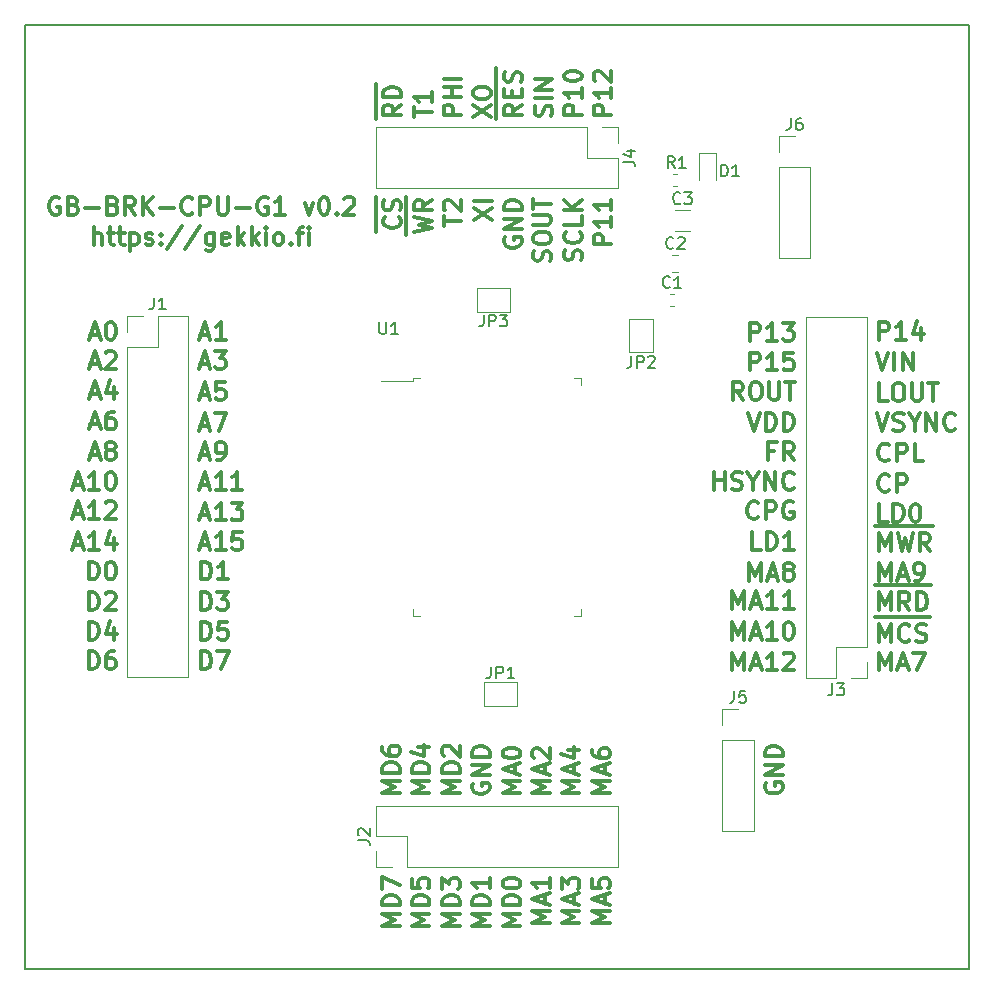
<source format=gbr>
G04 #@! TF.GenerationSoftware,KiCad,Pcbnew,5.0.0-rc3-unknown-101b68b~65~ubuntu18.04.1*
G04 #@! TF.CreationDate,2018-07-11T12:24:32+03:00*
G04 #@! TF.ProjectId,GB-BRK-CPU-G1,47422D42524B2D4350552D47312E6B69,v1.0*
G04 #@! TF.SameCoordinates,Original*
G04 #@! TF.FileFunction,Legend,Top*
G04 #@! TF.FilePolarity,Positive*
%FSLAX46Y46*%
G04 Gerber Fmt 4.6, Leading zero omitted, Abs format (unit mm)*
G04 Created by KiCad (PCBNEW 5.0.0-rc3-unknown-101b68b~65~ubuntu18.04.1) date Wed Jul 11 12:24:32 2018*
%MOMM*%
%LPD*%
G01*
G04 APERTURE LIST*
%ADD10C,0.300000*%
%ADD11C,0.150000*%
%ADD12C,0.120000*%
G04 APERTURE END LIST*
D10*
X121405000Y-86778571D02*
X121405000Y-85278571D01*
X121976428Y-85278571D01*
X122119285Y-85350000D01*
X122190714Y-85421428D01*
X122262142Y-85564285D01*
X122262142Y-85778571D01*
X122190714Y-85921428D01*
X122119285Y-85992857D01*
X121976428Y-86064285D01*
X121405000Y-86064285D01*
X123690714Y-86778571D02*
X122833571Y-86778571D01*
X123262142Y-86778571D02*
X123262142Y-85278571D01*
X123119285Y-85492857D01*
X122976428Y-85635714D01*
X122833571Y-85707142D01*
X124190714Y-85278571D02*
X125119285Y-85278571D01*
X124619285Y-85850000D01*
X124833571Y-85850000D01*
X124976428Y-85921428D01*
X125047857Y-85992857D01*
X125119285Y-86135714D01*
X125119285Y-86492857D01*
X125047857Y-86635714D01*
X124976428Y-86707142D01*
X124833571Y-86778571D01*
X124405000Y-86778571D01*
X124262142Y-86707142D01*
X124190714Y-86635714D01*
X121405000Y-89278571D02*
X121405000Y-87778571D01*
X121976428Y-87778571D01*
X122119285Y-87850000D01*
X122190714Y-87921428D01*
X122262142Y-88064285D01*
X122262142Y-88278571D01*
X122190714Y-88421428D01*
X122119285Y-88492857D01*
X121976428Y-88564285D01*
X121405000Y-88564285D01*
X123690714Y-89278571D02*
X122833571Y-89278571D01*
X123262142Y-89278571D02*
X123262142Y-87778571D01*
X123119285Y-87992857D01*
X122976428Y-88135714D01*
X122833571Y-88207142D01*
X125047857Y-87778571D02*
X124333571Y-87778571D01*
X124262142Y-88492857D01*
X124333571Y-88421428D01*
X124476428Y-88350000D01*
X124833571Y-88350000D01*
X124976428Y-88421428D01*
X125047857Y-88492857D01*
X125119285Y-88635714D01*
X125119285Y-88992857D01*
X125047857Y-89135714D01*
X124976428Y-89207142D01*
X124833571Y-89278571D01*
X124476428Y-89278571D01*
X124333571Y-89207142D01*
X124262142Y-89135714D01*
X132352142Y-86678571D02*
X132352142Y-85178571D01*
X132923571Y-85178571D01*
X133066428Y-85250000D01*
X133137857Y-85321428D01*
X133209285Y-85464285D01*
X133209285Y-85678571D01*
X133137857Y-85821428D01*
X133066428Y-85892857D01*
X132923571Y-85964285D01*
X132352142Y-85964285D01*
X134637857Y-86678571D02*
X133780714Y-86678571D01*
X134209285Y-86678571D02*
X134209285Y-85178571D01*
X134066428Y-85392857D01*
X133923571Y-85535714D01*
X133780714Y-85607142D01*
X135923571Y-85678571D02*
X135923571Y-86678571D01*
X135566428Y-85107142D02*
X135209285Y-86178571D01*
X136137857Y-86178571D01*
X132137857Y-87778571D02*
X132637857Y-89278571D01*
X133137857Y-87778571D01*
X133637857Y-89278571D02*
X133637857Y-87778571D01*
X134352142Y-89278571D02*
X134352142Y-87778571D01*
X135209285Y-89278571D01*
X135209285Y-87778571D01*
X74952142Y-114578571D02*
X74952142Y-113078571D01*
X75309285Y-113078571D01*
X75523571Y-113150000D01*
X75666428Y-113292857D01*
X75737857Y-113435714D01*
X75809285Y-113721428D01*
X75809285Y-113935714D01*
X75737857Y-114221428D01*
X75666428Y-114364285D01*
X75523571Y-114507142D01*
X75309285Y-114578571D01*
X74952142Y-114578571D01*
X76309285Y-113078571D02*
X77309285Y-113078571D01*
X76666428Y-114578571D01*
X74952142Y-112078571D02*
X74952142Y-110578571D01*
X75309285Y-110578571D01*
X75523571Y-110650000D01*
X75666428Y-110792857D01*
X75737857Y-110935714D01*
X75809285Y-111221428D01*
X75809285Y-111435714D01*
X75737857Y-111721428D01*
X75666428Y-111864285D01*
X75523571Y-112007142D01*
X75309285Y-112078571D01*
X74952142Y-112078571D01*
X77166428Y-110578571D02*
X76452142Y-110578571D01*
X76380714Y-111292857D01*
X76452142Y-111221428D01*
X76595000Y-111150000D01*
X76952142Y-111150000D01*
X77095000Y-111221428D01*
X77166428Y-111292857D01*
X77237857Y-111435714D01*
X77237857Y-111792857D01*
X77166428Y-111935714D01*
X77095000Y-112007142D01*
X76952142Y-112078571D01*
X76595000Y-112078571D01*
X76452142Y-112007142D01*
X76380714Y-111935714D01*
X65433571Y-114578571D02*
X65433571Y-113078571D01*
X65790714Y-113078571D01*
X66005000Y-113150000D01*
X66147857Y-113292857D01*
X66219285Y-113435714D01*
X66290714Y-113721428D01*
X66290714Y-113935714D01*
X66219285Y-114221428D01*
X66147857Y-114364285D01*
X66005000Y-114507142D01*
X65790714Y-114578571D01*
X65433571Y-114578571D01*
X67576428Y-113078571D02*
X67290714Y-113078571D01*
X67147857Y-113150000D01*
X67076428Y-113221428D01*
X66933571Y-113435714D01*
X66862142Y-113721428D01*
X66862142Y-114292857D01*
X66933571Y-114435714D01*
X67005000Y-114507142D01*
X67147857Y-114578571D01*
X67433571Y-114578571D01*
X67576428Y-114507142D01*
X67647857Y-114435714D01*
X67719285Y-114292857D01*
X67719285Y-113935714D01*
X67647857Y-113792857D01*
X67576428Y-113721428D01*
X67433571Y-113650000D01*
X67147857Y-113650000D01*
X67005000Y-113721428D01*
X66933571Y-113792857D01*
X66862142Y-113935714D01*
X65433571Y-112078571D02*
X65433571Y-110578571D01*
X65790714Y-110578571D01*
X66005000Y-110650000D01*
X66147857Y-110792857D01*
X66219285Y-110935714D01*
X66290714Y-111221428D01*
X66290714Y-111435714D01*
X66219285Y-111721428D01*
X66147857Y-111864285D01*
X66005000Y-112007142D01*
X65790714Y-112078571D01*
X65433571Y-112078571D01*
X67576428Y-111078571D02*
X67576428Y-112078571D01*
X67219285Y-110507142D02*
X66862142Y-111578571D01*
X67790714Y-111578571D01*
X62928571Y-74675000D02*
X62785714Y-74603571D01*
X62571428Y-74603571D01*
X62357142Y-74675000D01*
X62214285Y-74817857D01*
X62142857Y-74960714D01*
X62071428Y-75246428D01*
X62071428Y-75460714D01*
X62142857Y-75746428D01*
X62214285Y-75889285D01*
X62357142Y-76032142D01*
X62571428Y-76103571D01*
X62714285Y-76103571D01*
X62928571Y-76032142D01*
X63000000Y-75960714D01*
X63000000Y-75460714D01*
X62714285Y-75460714D01*
X64142857Y-75317857D02*
X64357142Y-75389285D01*
X64428571Y-75460714D01*
X64500000Y-75603571D01*
X64500000Y-75817857D01*
X64428571Y-75960714D01*
X64357142Y-76032142D01*
X64214285Y-76103571D01*
X63642857Y-76103571D01*
X63642857Y-74603571D01*
X64142857Y-74603571D01*
X64285714Y-74675000D01*
X64357142Y-74746428D01*
X64428571Y-74889285D01*
X64428571Y-75032142D01*
X64357142Y-75175000D01*
X64285714Y-75246428D01*
X64142857Y-75317857D01*
X63642857Y-75317857D01*
X65142857Y-75532142D02*
X66285714Y-75532142D01*
X67500000Y-75317857D02*
X67714285Y-75389285D01*
X67785714Y-75460714D01*
X67857142Y-75603571D01*
X67857142Y-75817857D01*
X67785714Y-75960714D01*
X67714285Y-76032142D01*
X67571428Y-76103571D01*
X67000000Y-76103571D01*
X67000000Y-74603571D01*
X67500000Y-74603571D01*
X67642857Y-74675000D01*
X67714285Y-74746428D01*
X67785714Y-74889285D01*
X67785714Y-75032142D01*
X67714285Y-75175000D01*
X67642857Y-75246428D01*
X67500000Y-75317857D01*
X67000000Y-75317857D01*
X69357142Y-76103571D02*
X68857142Y-75389285D01*
X68500000Y-76103571D02*
X68500000Y-74603571D01*
X69071428Y-74603571D01*
X69214285Y-74675000D01*
X69285714Y-74746428D01*
X69357142Y-74889285D01*
X69357142Y-75103571D01*
X69285714Y-75246428D01*
X69214285Y-75317857D01*
X69071428Y-75389285D01*
X68500000Y-75389285D01*
X70000000Y-76103571D02*
X70000000Y-74603571D01*
X70857142Y-76103571D02*
X70214285Y-75246428D01*
X70857142Y-74603571D02*
X70000000Y-75460714D01*
X71500000Y-75532142D02*
X72642857Y-75532142D01*
X74214285Y-75960714D02*
X74142857Y-76032142D01*
X73928571Y-76103571D01*
X73785714Y-76103571D01*
X73571428Y-76032142D01*
X73428571Y-75889285D01*
X73357142Y-75746428D01*
X73285714Y-75460714D01*
X73285714Y-75246428D01*
X73357142Y-74960714D01*
X73428571Y-74817857D01*
X73571428Y-74675000D01*
X73785714Y-74603571D01*
X73928571Y-74603571D01*
X74142857Y-74675000D01*
X74214285Y-74746428D01*
X74857142Y-76103571D02*
X74857142Y-74603571D01*
X75428571Y-74603571D01*
X75571428Y-74675000D01*
X75642857Y-74746428D01*
X75714285Y-74889285D01*
X75714285Y-75103571D01*
X75642857Y-75246428D01*
X75571428Y-75317857D01*
X75428571Y-75389285D01*
X74857142Y-75389285D01*
X76357142Y-74603571D02*
X76357142Y-75817857D01*
X76428571Y-75960714D01*
X76500000Y-76032142D01*
X76642857Y-76103571D01*
X76928571Y-76103571D01*
X77071428Y-76032142D01*
X77142857Y-75960714D01*
X77214285Y-75817857D01*
X77214285Y-74603571D01*
X77928571Y-75532142D02*
X79071428Y-75532142D01*
X80571428Y-74675000D02*
X80428571Y-74603571D01*
X80214285Y-74603571D01*
X80000000Y-74675000D01*
X79857142Y-74817857D01*
X79785714Y-74960714D01*
X79714285Y-75246428D01*
X79714285Y-75460714D01*
X79785714Y-75746428D01*
X79857142Y-75889285D01*
X80000000Y-76032142D01*
X80214285Y-76103571D01*
X80357142Y-76103571D01*
X80571428Y-76032142D01*
X80642857Y-75960714D01*
X80642857Y-75460714D01*
X80357142Y-75460714D01*
X82071428Y-76103571D02*
X81214285Y-76103571D01*
X81642857Y-76103571D02*
X81642857Y-74603571D01*
X81500000Y-74817857D01*
X81357142Y-74960714D01*
X81214285Y-75032142D01*
X83714285Y-75103571D02*
X84071428Y-76103571D01*
X84428571Y-75103571D01*
X85285714Y-74603571D02*
X85428571Y-74603571D01*
X85571428Y-74675000D01*
X85642857Y-74746428D01*
X85714285Y-74889285D01*
X85785714Y-75175000D01*
X85785714Y-75532142D01*
X85714285Y-75817857D01*
X85642857Y-75960714D01*
X85571428Y-76032142D01*
X85428571Y-76103571D01*
X85285714Y-76103571D01*
X85142857Y-76032142D01*
X85071428Y-75960714D01*
X85000000Y-75817857D01*
X84928571Y-75532142D01*
X84928571Y-75175000D01*
X85000000Y-74889285D01*
X85071428Y-74746428D01*
X85142857Y-74675000D01*
X85285714Y-74603571D01*
X86428571Y-75960714D02*
X86500000Y-76032142D01*
X86428571Y-76103571D01*
X86357142Y-76032142D01*
X86428571Y-75960714D01*
X86428571Y-76103571D01*
X87071428Y-74746428D02*
X87142857Y-74675000D01*
X87285714Y-74603571D01*
X87642857Y-74603571D01*
X87785714Y-74675000D01*
X87857142Y-74746428D01*
X87928571Y-74889285D01*
X87928571Y-75032142D01*
X87857142Y-75246428D01*
X87000000Y-76103571D01*
X87928571Y-76103571D01*
X65892857Y-78653571D02*
X65892857Y-77153571D01*
X66535714Y-78653571D02*
X66535714Y-77867857D01*
X66464285Y-77725000D01*
X66321428Y-77653571D01*
X66107142Y-77653571D01*
X65964285Y-77725000D01*
X65892857Y-77796428D01*
X67035714Y-77653571D02*
X67607142Y-77653571D01*
X67250000Y-77153571D02*
X67250000Y-78439285D01*
X67321428Y-78582142D01*
X67464285Y-78653571D01*
X67607142Y-78653571D01*
X67892857Y-77653571D02*
X68464285Y-77653571D01*
X68107142Y-77153571D02*
X68107142Y-78439285D01*
X68178571Y-78582142D01*
X68321428Y-78653571D01*
X68464285Y-78653571D01*
X68964285Y-77653571D02*
X68964285Y-79153571D01*
X68964285Y-77725000D02*
X69107142Y-77653571D01*
X69392857Y-77653571D01*
X69535714Y-77725000D01*
X69607142Y-77796428D01*
X69678571Y-77939285D01*
X69678571Y-78367857D01*
X69607142Y-78510714D01*
X69535714Y-78582142D01*
X69392857Y-78653571D01*
X69107142Y-78653571D01*
X68964285Y-78582142D01*
X70250000Y-78582142D02*
X70392857Y-78653571D01*
X70678571Y-78653571D01*
X70821428Y-78582142D01*
X70892857Y-78439285D01*
X70892857Y-78367857D01*
X70821428Y-78225000D01*
X70678571Y-78153571D01*
X70464285Y-78153571D01*
X70321428Y-78082142D01*
X70250000Y-77939285D01*
X70250000Y-77867857D01*
X70321428Y-77725000D01*
X70464285Y-77653571D01*
X70678571Y-77653571D01*
X70821428Y-77725000D01*
X71535714Y-78510714D02*
X71607142Y-78582142D01*
X71535714Y-78653571D01*
X71464285Y-78582142D01*
X71535714Y-78510714D01*
X71535714Y-78653571D01*
X71535714Y-77725000D02*
X71607142Y-77796428D01*
X71535714Y-77867857D01*
X71464285Y-77796428D01*
X71535714Y-77725000D01*
X71535714Y-77867857D01*
X73321428Y-77082142D02*
X72035714Y-79010714D01*
X74892857Y-77082142D02*
X73607142Y-79010714D01*
X76035714Y-77653571D02*
X76035714Y-78867857D01*
X75964285Y-79010714D01*
X75892857Y-79082142D01*
X75750000Y-79153571D01*
X75535714Y-79153571D01*
X75392857Y-79082142D01*
X76035714Y-78582142D02*
X75892857Y-78653571D01*
X75607142Y-78653571D01*
X75464285Y-78582142D01*
X75392857Y-78510714D01*
X75321428Y-78367857D01*
X75321428Y-77939285D01*
X75392857Y-77796428D01*
X75464285Y-77725000D01*
X75607142Y-77653571D01*
X75892857Y-77653571D01*
X76035714Y-77725000D01*
X77321428Y-78582142D02*
X77178571Y-78653571D01*
X76892857Y-78653571D01*
X76750000Y-78582142D01*
X76678571Y-78439285D01*
X76678571Y-77867857D01*
X76750000Y-77725000D01*
X76892857Y-77653571D01*
X77178571Y-77653571D01*
X77321428Y-77725000D01*
X77392857Y-77867857D01*
X77392857Y-78010714D01*
X76678571Y-78153571D01*
X78035714Y-78653571D02*
X78035714Y-77153571D01*
X78178571Y-78082142D02*
X78607142Y-78653571D01*
X78607142Y-77653571D02*
X78035714Y-78225000D01*
X79250000Y-78653571D02*
X79250000Y-77153571D01*
X79392857Y-78082142D02*
X79821428Y-78653571D01*
X79821428Y-77653571D02*
X79250000Y-78225000D01*
X80464285Y-78653571D02*
X80464285Y-77653571D01*
X80464285Y-77153571D02*
X80392857Y-77225000D01*
X80464285Y-77296428D01*
X80535714Y-77225000D01*
X80464285Y-77153571D01*
X80464285Y-77296428D01*
X81392857Y-78653571D02*
X81250000Y-78582142D01*
X81178571Y-78510714D01*
X81107142Y-78367857D01*
X81107142Y-77939285D01*
X81178571Y-77796428D01*
X81250000Y-77725000D01*
X81392857Y-77653571D01*
X81607142Y-77653571D01*
X81750000Y-77725000D01*
X81821428Y-77796428D01*
X81892857Y-77939285D01*
X81892857Y-78367857D01*
X81821428Y-78510714D01*
X81750000Y-78582142D01*
X81607142Y-78653571D01*
X81392857Y-78653571D01*
X82535714Y-78510714D02*
X82607142Y-78582142D01*
X82535714Y-78653571D01*
X82464285Y-78582142D01*
X82535714Y-78510714D01*
X82535714Y-78653571D01*
X83035714Y-77653571D02*
X83607142Y-77653571D01*
X83250000Y-78653571D02*
X83250000Y-77367857D01*
X83321428Y-77225000D01*
X83464285Y-77153571D01*
X83607142Y-77153571D01*
X84107142Y-78653571D02*
X84107142Y-77653571D01*
X84107142Y-77153571D02*
X84035714Y-77225000D01*
X84107142Y-77296428D01*
X84178571Y-77225000D01*
X84107142Y-77153571D01*
X84107142Y-77296428D01*
X122750000Y-124242857D02*
X122678571Y-124385714D01*
X122678571Y-124600000D01*
X122750000Y-124814285D01*
X122892857Y-124957142D01*
X123035714Y-125028571D01*
X123321428Y-125100000D01*
X123535714Y-125100000D01*
X123821428Y-125028571D01*
X123964285Y-124957142D01*
X124107142Y-124814285D01*
X124178571Y-124600000D01*
X124178571Y-124457142D01*
X124107142Y-124242857D01*
X124035714Y-124171428D01*
X123535714Y-124171428D01*
X123535714Y-124457142D01*
X124178571Y-123528571D02*
X122678571Y-123528571D01*
X124178571Y-122671428D01*
X122678571Y-122671428D01*
X124178571Y-121957142D02*
X122678571Y-121957142D01*
X122678571Y-121600000D01*
X122750000Y-121385714D01*
X122892857Y-121242857D01*
X123035714Y-121171428D01*
X123321428Y-121100000D01*
X123535714Y-121100000D01*
X123821428Y-121171428D01*
X123964285Y-121242857D01*
X124107142Y-121385714D01*
X124178571Y-121600000D01*
X124178571Y-121957142D01*
X89730000Y-77523571D02*
X89730000Y-76023571D01*
X91735714Y-76309285D02*
X91807142Y-76380714D01*
X91878571Y-76595000D01*
X91878571Y-76737857D01*
X91807142Y-76952142D01*
X91664285Y-77095000D01*
X91521428Y-77166428D01*
X91235714Y-77237857D01*
X91021428Y-77237857D01*
X90735714Y-77166428D01*
X90592857Y-77095000D01*
X90450000Y-76952142D01*
X90378571Y-76737857D01*
X90378571Y-76595000D01*
X90450000Y-76380714D01*
X90521428Y-76309285D01*
X89730000Y-76023571D02*
X89730000Y-74595000D01*
X91807142Y-75737857D02*
X91878571Y-75523571D01*
X91878571Y-75166428D01*
X91807142Y-75023571D01*
X91735714Y-74952142D01*
X91592857Y-74880714D01*
X91450000Y-74880714D01*
X91307142Y-74952142D01*
X91235714Y-75023571D01*
X91164285Y-75166428D01*
X91092857Y-75452142D01*
X91021428Y-75595000D01*
X90950000Y-75666428D01*
X90807142Y-75737857D01*
X90664285Y-75737857D01*
X90521428Y-75666428D01*
X90450000Y-75595000D01*
X90378571Y-75452142D01*
X90378571Y-75095000D01*
X90450000Y-74880714D01*
X92330000Y-77809285D02*
X92330000Y-76095000D01*
X92978571Y-77595000D02*
X94478571Y-77237857D01*
X93407142Y-76952142D01*
X94478571Y-76666428D01*
X92978571Y-76309285D01*
X92330000Y-76095000D02*
X92330000Y-74595000D01*
X94478571Y-74880714D02*
X93764285Y-75380714D01*
X94478571Y-75737857D02*
X92978571Y-75737857D01*
X92978571Y-75166428D01*
X93050000Y-75023571D01*
X93121428Y-74952142D01*
X93264285Y-74880714D01*
X93478571Y-74880714D01*
X93621428Y-74952142D01*
X93692857Y-75023571D01*
X93764285Y-75166428D01*
X93764285Y-75737857D01*
X95478571Y-77023571D02*
X95478571Y-76166428D01*
X96978571Y-76595000D02*
X95478571Y-76595000D01*
X95621428Y-75737857D02*
X95550000Y-75666428D01*
X95478571Y-75523571D01*
X95478571Y-75166428D01*
X95550000Y-75023571D01*
X95621428Y-74952142D01*
X95764285Y-74880714D01*
X95907142Y-74880714D01*
X96121428Y-74952142D01*
X96978571Y-75809285D01*
X96978571Y-74880714D01*
X98078571Y-76523571D02*
X99578571Y-75523571D01*
X98078571Y-75523571D02*
X99578571Y-76523571D01*
X99578571Y-74952142D02*
X98078571Y-74952142D01*
X100650000Y-78023571D02*
X100578571Y-78166428D01*
X100578571Y-78380714D01*
X100650000Y-78595000D01*
X100792857Y-78737857D01*
X100935714Y-78809285D01*
X101221428Y-78880714D01*
X101435714Y-78880714D01*
X101721428Y-78809285D01*
X101864285Y-78737857D01*
X102007142Y-78595000D01*
X102078571Y-78380714D01*
X102078571Y-78237857D01*
X102007142Y-78023571D01*
X101935714Y-77952142D01*
X101435714Y-77952142D01*
X101435714Y-78237857D01*
X102078571Y-77309285D02*
X100578571Y-77309285D01*
X102078571Y-76452142D01*
X100578571Y-76452142D01*
X102078571Y-75737857D02*
X100578571Y-75737857D01*
X100578571Y-75380714D01*
X100650000Y-75166428D01*
X100792857Y-75023571D01*
X100935714Y-74952142D01*
X101221428Y-74880714D01*
X101435714Y-74880714D01*
X101721428Y-74952142D01*
X101864285Y-75023571D01*
X102007142Y-75166428D01*
X102078571Y-75380714D01*
X102078571Y-75737857D01*
X104507142Y-80023571D02*
X104578571Y-79809285D01*
X104578571Y-79452142D01*
X104507142Y-79309285D01*
X104435714Y-79237857D01*
X104292857Y-79166428D01*
X104150000Y-79166428D01*
X104007142Y-79237857D01*
X103935714Y-79309285D01*
X103864285Y-79452142D01*
X103792857Y-79737857D01*
X103721428Y-79880714D01*
X103650000Y-79952142D01*
X103507142Y-80023571D01*
X103364285Y-80023571D01*
X103221428Y-79952142D01*
X103150000Y-79880714D01*
X103078571Y-79737857D01*
X103078571Y-79380714D01*
X103150000Y-79166428D01*
X103078571Y-78237857D02*
X103078571Y-77952142D01*
X103150000Y-77809285D01*
X103292857Y-77666428D01*
X103578571Y-77595000D01*
X104078571Y-77595000D01*
X104364285Y-77666428D01*
X104507142Y-77809285D01*
X104578571Y-77952142D01*
X104578571Y-78237857D01*
X104507142Y-78380714D01*
X104364285Y-78523571D01*
X104078571Y-78595000D01*
X103578571Y-78595000D01*
X103292857Y-78523571D01*
X103150000Y-78380714D01*
X103078571Y-78237857D01*
X103078571Y-76952142D02*
X104292857Y-76952142D01*
X104435714Y-76880714D01*
X104507142Y-76809285D01*
X104578571Y-76666428D01*
X104578571Y-76380714D01*
X104507142Y-76237857D01*
X104435714Y-76166428D01*
X104292857Y-76095000D01*
X103078571Y-76095000D01*
X103078571Y-75595000D02*
X103078571Y-74737857D01*
X104578571Y-75166428D02*
X103078571Y-75166428D01*
X107107142Y-79952142D02*
X107178571Y-79737857D01*
X107178571Y-79380714D01*
X107107142Y-79237857D01*
X107035714Y-79166428D01*
X106892857Y-79095000D01*
X106750000Y-79095000D01*
X106607142Y-79166428D01*
X106535714Y-79237857D01*
X106464285Y-79380714D01*
X106392857Y-79666428D01*
X106321428Y-79809285D01*
X106250000Y-79880714D01*
X106107142Y-79952142D01*
X105964285Y-79952142D01*
X105821428Y-79880714D01*
X105750000Y-79809285D01*
X105678571Y-79666428D01*
X105678571Y-79309285D01*
X105750000Y-79095000D01*
X107035714Y-77595000D02*
X107107142Y-77666428D01*
X107178571Y-77880714D01*
X107178571Y-78023571D01*
X107107142Y-78237857D01*
X106964285Y-78380714D01*
X106821428Y-78452142D01*
X106535714Y-78523571D01*
X106321428Y-78523571D01*
X106035714Y-78452142D01*
X105892857Y-78380714D01*
X105750000Y-78237857D01*
X105678571Y-78023571D01*
X105678571Y-77880714D01*
X105750000Y-77666428D01*
X105821428Y-77595000D01*
X107178571Y-76237857D02*
X107178571Y-76952142D01*
X105678571Y-76952142D01*
X107178571Y-75737857D02*
X105678571Y-75737857D01*
X107178571Y-74880714D02*
X106321428Y-75523571D01*
X105678571Y-74880714D02*
X106535714Y-75737857D01*
X109678571Y-78595000D02*
X108178571Y-78595000D01*
X108178571Y-78023571D01*
X108250000Y-77880714D01*
X108321428Y-77809285D01*
X108464285Y-77737857D01*
X108678571Y-77737857D01*
X108821428Y-77809285D01*
X108892857Y-77880714D01*
X108964285Y-78023571D01*
X108964285Y-78595000D01*
X109678571Y-76309285D02*
X109678571Y-77166428D01*
X109678571Y-76737857D02*
X108178571Y-76737857D01*
X108392857Y-76880714D01*
X108535714Y-77023571D01*
X108607142Y-77166428D01*
X109678571Y-74880714D02*
X109678571Y-75737857D01*
X109678571Y-75309285D02*
X108178571Y-75309285D01*
X108392857Y-75452142D01*
X108535714Y-75595000D01*
X108607142Y-75737857D01*
X89730000Y-68005000D02*
X89730000Y-66505000D01*
X91878571Y-66790714D02*
X91164285Y-67290714D01*
X91878571Y-67647857D02*
X90378571Y-67647857D01*
X90378571Y-67076428D01*
X90450000Y-66933571D01*
X90521428Y-66862142D01*
X90664285Y-66790714D01*
X90878571Y-66790714D01*
X91021428Y-66862142D01*
X91092857Y-66933571D01*
X91164285Y-67076428D01*
X91164285Y-67647857D01*
X89730000Y-66505000D02*
X89730000Y-65005000D01*
X91878571Y-66147857D02*
X90378571Y-66147857D01*
X90378571Y-65790714D01*
X90450000Y-65576428D01*
X90592857Y-65433571D01*
X90735714Y-65362142D01*
X91021428Y-65290714D01*
X91235714Y-65290714D01*
X91521428Y-65362142D01*
X91664285Y-65433571D01*
X91807142Y-65576428D01*
X91878571Y-65790714D01*
X91878571Y-66147857D01*
X92978571Y-67862142D02*
X92978571Y-67005000D01*
X94478571Y-67433571D02*
X92978571Y-67433571D01*
X94478571Y-65719285D02*
X94478571Y-66576428D01*
X94478571Y-66147857D02*
X92978571Y-66147857D01*
X93192857Y-66290714D01*
X93335714Y-66433571D01*
X93407142Y-66576428D01*
X96978571Y-67647857D02*
X95478571Y-67647857D01*
X95478571Y-67076428D01*
X95550000Y-66933571D01*
X95621428Y-66862142D01*
X95764285Y-66790714D01*
X95978571Y-66790714D01*
X96121428Y-66862142D01*
X96192857Y-66933571D01*
X96264285Y-67076428D01*
X96264285Y-67647857D01*
X96978571Y-66147857D02*
X95478571Y-66147857D01*
X96192857Y-66147857D02*
X96192857Y-65290714D01*
X96978571Y-65290714D02*
X95478571Y-65290714D01*
X96978571Y-64576428D02*
X95478571Y-64576428D01*
X97978571Y-67790714D02*
X99478571Y-66790714D01*
X97978571Y-66790714D02*
X99478571Y-67790714D01*
X97978571Y-65933571D02*
X97978571Y-65647857D01*
X98050000Y-65505000D01*
X98192857Y-65362142D01*
X98478571Y-65290714D01*
X98978571Y-65290714D01*
X99264285Y-65362142D01*
X99407142Y-65505000D01*
X99478571Y-65647857D01*
X99478571Y-65933571D01*
X99407142Y-66076428D01*
X99264285Y-66219285D01*
X98978571Y-66290714D01*
X98478571Y-66290714D01*
X98192857Y-66219285D01*
X98050000Y-66076428D01*
X97978571Y-65933571D01*
X99930000Y-68005000D02*
X99930000Y-66505000D01*
X102078571Y-66790714D02*
X101364285Y-67290714D01*
X102078571Y-67647857D02*
X100578571Y-67647857D01*
X100578571Y-67076428D01*
X100650000Y-66933571D01*
X100721428Y-66862142D01*
X100864285Y-66790714D01*
X101078571Y-66790714D01*
X101221428Y-66862142D01*
X101292857Y-66933571D01*
X101364285Y-67076428D01*
X101364285Y-67647857D01*
X99930000Y-66505000D02*
X99930000Y-65147857D01*
X101292857Y-66147857D02*
X101292857Y-65647857D01*
X102078571Y-65433571D02*
X102078571Y-66147857D01*
X100578571Y-66147857D01*
X100578571Y-65433571D01*
X99930000Y-65147857D02*
X99930000Y-63719285D01*
X102007142Y-64862142D02*
X102078571Y-64647857D01*
X102078571Y-64290714D01*
X102007142Y-64147857D01*
X101935714Y-64076428D01*
X101792857Y-64005000D01*
X101650000Y-64005000D01*
X101507142Y-64076428D01*
X101435714Y-64147857D01*
X101364285Y-64290714D01*
X101292857Y-64576428D01*
X101221428Y-64719285D01*
X101150000Y-64790714D01*
X101007142Y-64862142D01*
X100864285Y-64862142D01*
X100721428Y-64790714D01*
X100650000Y-64719285D01*
X100578571Y-64576428D01*
X100578571Y-64219285D01*
X100650000Y-64005000D01*
X104607142Y-67719285D02*
X104678571Y-67505000D01*
X104678571Y-67147857D01*
X104607142Y-67005000D01*
X104535714Y-66933571D01*
X104392857Y-66862142D01*
X104250000Y-66862142D01*
X104107142Y-66933571D01*
X104035714Y-67005000D01*
X103964285Y-67147857D01*
X103892857Y-67433571D01*
X103821428Y-67576428D01*
X103750000Y-67647857D01*
X103607142Y-67719285D01*
X103464285Y-67719285D01*
X103321428Y-67647857D01*
X103250000Y-67576428D01*
X103178571Y-67433571D01*
X103178571Y-67076428D01*
X103250000Y-66862142D01*
X104678571Y-66219285D02*
X103178571Y-66219285D01*
X104678571Y-65505000D02*
X103178571Y-65505000D01*
X104678571Y-64647857D01*
X103178571Y-64647857D01*
X107178571Y-67647857D02*
X105678571Y-67647857D01*
X105678571Y-67076428D01*
X105750000Y-66933571D01*
X105821428Y-66862142D01*
X105964285Y-66790714D01*
X106178571Y-66790714D01*
X106321428Y-66862142D01*
X106392857Y-66933571D01*
X106464285Y-67076428D01*
X106464285Y-67647857D01*
X107178571Y-65362142D02*
X107178571Y-66219285D01*
X107178571Y-65790714D02*
X105678571Y-65790714D01*
X105892857Y-65933571D01*
X106035714Y-66076428D01*
X106107142Y-66219285D01*
X105678571Y-64433571D02*
X105678571Y-64290714D01*
X105750000Y-64147857D01*
X105821428Y-64076428D01*
X105964285Y-64005000D01*
X106250000Y-63933571D01*
X106607142Y-63933571D01*
X106892857Y-64005000D01*
X107035714Y-64076428D01*
X107107142Y-64147857D01*
X107178571Y-64290714D01*
X107178571Y-64433571D01*
X107107142Y-64576428D01*
X107035714Y-64647857D01*
X106892857Y-64719285D01*
X106607142Y-64790714D01*
X106250000Y-64790714D01*
X105964285Y-64719285D01*
X105821428Y-64647857D01*
X105750000Y-64576428D01*
X105678571Y-64433571D01*
X109678571Y-67647857D02*
X108178571Y-67647857D01*
X108178571Y-67076428D01*
X108250000Y-66933571D01*
X108321428Y-66862142D01*
X108464285Y-66790714D01*
X108678571Y-66790714D01*
X108821428Y-66862142D01*
X108892857Y-66933571D01*
X108964285Y-67076428D01*
X108964285Y-67647857D01*
X109678571Y-65362142D02*
X109678571Y-66219285D01*
X109678571Y-65790714D02*
X108178571Y-65790714D01*
X108392857Y-65933571D01*
X108535714Y-66076428D01*
X108607142Y-66219285D01*
X108321428Y-64790714D02*
X108250000Y-64719285D01*
X108178571Y-64576428D01*
X108178571Y-64219285D01*
X108250000Y-64076428D01*
X108321428Y-64005000D01*
X108464285Y-63933571D01*
X108607142Y-63933571D01*
X108821428Y-64005000D01*
X109678571Y-64862142D01*
X109678571Y-63933571D01*
X120833571Y-91778571D02*
X120333571Y-91064285D01*
X119976428Y-91778571D02*
X119976428Y-90278571D01*
X120547857Y-90278571D01*
X120690714Y-90350000D01*
X120762142Y-90421428D01*
X120833571Y-90564285D01*
X120833571Y-90778571D01*
X120762142Y-90921428D01*
X120690714Y-90992857D01*
X120547857Y-91064285D01*
X119976428Y-91064285D01*
X121762142Y-90278571D02*
X122047857Y-90278571D01*
X122190714Y-90350000D01*
X122333571Y-90492857D01*
X122405000Y-90778571D01*
X122405000Y-91278571D01*
X122333571Y-91564285D01*
X122190714Y-91707142D01*
X122047857Y-91778571D01*
X121762142Y-91778571D01*
X121619285Y-91707142D01*
X121476428Y-91564285D01*
X121405000Y-91278571D01*
X121405000Y-90778571D01*
X121476428Y-90492857D01*
X121619285Y-90350000D01*
X121762142Y-90278571D01*
X123047857Y-90278571D02*
X123047857Y-91492857D01*
X123119285Y-91635714D01*
X123190714Y-91707142D01*
X123333571Y-91778571D01*
X123619285Y-91778571D01*
X123762142Y-91707142D01*
X123833571Y-91635714D01*
X123905000Y-91492857D01*
X123905000Y-90278571D01*
X124405000Y-90278571D02*
X125262142Y-90278571D01*
X124833571Y-91778571D02*
X124833571Y-90278571D01*
X121262142Y-92878571D02*
X121762142Y-94378571D01*
X122262142Y-92878571D01*
X122762142Y-94378571D02*
X122762142Y-92878571D01*
X123119285Y-92878571D01*
X123333571Y-92950000D01*
X123476428Y-93092857D01*
X123547857Y-93235714D01*
X123619285Y-93521428D01*
X123619285Y-93735714D01*
X123547857Y-94021428D01*
X123476428Y-94164285D01*
X123333571Y-94307142D01*
X123119285Y-94378571D01*
X122762142Y-94378571D01*
X124262142Y-94378571D02*
X124262142Y-92878571D01*
X124619285Y-92878571D01*
X124833571Y-92950000D01*
X124976428Y-93092857D01*
X125047857Y-93235714D01*
X125119285Y-93521428D01*
X125119285Y-93735714D01*
X125047857Y-94021428D01*
X124976428Y-94164285D01*
X124833571Y-94307142D01*
X124619285Y-94378571D01*
X124262142Y-94378571D01*
X123476428Y-96092857D02*
X122976428Y-96092857D01*
X122976428Y-96878571D02*
X122976428Y-95378571D01*
X123690714Y-95378571D01*
X125119285Y-96878571D02*
X124619285Y-96164285D01*
X124262142Y-96878571D02*
X124262142Y-95378571D01*
X124833571Y-95378571D01*
X124976428Y-95450000D01*
X125047857Y-95521428D01*
X125119285Y-95664285D01*
X125119285Y-95878571D01*
X125047857Y-96021428D01*
X124976428Y-96092857D01*
X124833571Y-96164285D01*
X124262142Y-96164285D01*
X118405000Y-99378571D02*
X118405000Y-97878571D01*
X118405000Y-98592857D02*
X119262142Y-98592857D01*
X119262142Y-99378571D02*
X119262142Y-97878571D01*
X119905000Y-99307142D02*
X120119285Y-99378571D01*
X120476428Y-99378571D01*
X120619285Y-99307142D01*
X120690714Y-99235714D01*
X120762142Y-99092857D01*
X120762142Y-98950000D01*
X120690714Y-98807142D01*
X120619285Y-98735714D01*
X120476428Y-98664285D01*
X120190714Y-98592857D01*
X120047857Y-98521428D01*
X119976428Y-98450000D01*
X119905000Y-98307142D01*
X119905000Y-98164285D01*
X119976428Y-98021428D01*
X120047857Y-97950000D01*
X120190714Y-97878571D01*
X120547857Y-97878571D01*
X120762142Y-97950000D01*
X121690714Y-98664285D02*
X121690714Y-99378571D01*
X121190714Y-97878571D02*
X121690714Y-98664285D01*
X122190714Y-97878571D01*
X122690714Y-99378571D02*
X122690714Y-97878571D01*
X123547857Y-99378571D01*
X123547857Y-97878571D01*
X125119285Y-99235714D02*
X125047857Y-99307142D01*
X124833571Y-99378571D01*
X124690714Y-99378571D01*
X124476428Y-99307142D01*
X124333571Y-99164285D01*
X124262142Y-99021428D01*
X124190714Y-98735714D01*
X124190714Y-98521428D01*
X124262142Y-98235714D01*
X124333571Y-98092857D01*
X124476428Y-97950000D01*
X124690714Y-97878571D01*
X124833571Y-97878571D01*
X125047857Y-97950000D01*
X125119285Y-98021428D01*
X122119285Y-101735714D02*
X122047857Y-101807142D01*
X121833571Y-101878571D01*
X121690714Y-101878571D01*
X121476428Y-101807142D01*
X121333571Y-101664285D01*
X121262142Y-101521428D01*
X121190714Y-101235714D01*
X121190714Y-101021428D01*
X121262142Y-100735714D01*
X121333571Y-100592857D01*
X121476428Y-100450000D01*
X121690714Y-100378571D01*
X121833571Y-100378571D01*
X122047857Y-100450000D01*
X122119285Y-100521428D01*
X122762142Y-101878571D02*
X122762142Y-100378571D01*
X123333571Y-100378571D01*
X123476428Y-100450000D01*
X123547857Y-100521428D01*
X123619285Y-100664285D01*
X123619285Y-100878571D01*
X123547857Y-101021428D01*
X123476428Y-101092857D01*
X123333571Y-101164285D01*
X122762142Y-101164285D01*
X125047857Y-100450000D02*
X124905000Y-100378571D01*
X124690714Y-100378571D01*
X124476428Y-100450000D01*
X124333571Y-100592857D01*
X124262142Y-100735714D01*
X124190714Y-101021428D01*
X124190714Y-101235714D01*
X124262142Y-101521428D01*
X124333571Y-101664285D01*
X124476428Y-101807142D01*
X124690714Y-101878571D01*
X124833571Y-101878571D01*
X125047857Y-101807142D01*
X125119285Y-101735714D01*
X125119285Y-101235714D01*
X124833571Y-101235714D01*
X122333571Y-104478571D02*
X121619285Y-104478571D01*
X121619285Y-102978571D01*
X122833571Y-104478571D02*
X122833571Y-102978571D01*
X123190714Y-102978571D01*
X123405000Y-103050000D01*
X123547857Y-103192857D01*
X123619285Y-103335714D01*
X123690714Y-103621428D01*
X123690714Y-103835714D01*
X123619285Y-104121428D01*
X123547857Y-104264285D01*
X123405000Y-104407142D01*
X123190714Y-104478571D01*
X122833571Y-104478571D01*
X125119285Y-104478571D02*
X124262142Y-104478571D01*
X124690714Y-104478571D02*
X124690714Y-102978571D01*
X124547857Y-103192857D01*
X124405000Y-103335714D01*
X124262142Y-103407142D01*
X121333571Y-107078571D02*
X121333571Y-105578571D01*
X121833571Y-106650000D01*
X122333571Y-105578571D01*
X122333571Y-107078571D01*
X122976428Y-106650000D02*
X123690714Y-106650000D01*
X122833571Y-107078571D02*
X123333571Y-105578571D01*
X123833571Y-107078571D01*
X124547857Y-106221428D02*
X124405000Y-106150000D01*
X124333571Y-106078571D01*
X124262142Y-105935714D01*
X124262142Y-105864285D01*
X124333571Y-105721428D01*
X124405000Y-105650000D01*
X124547857Y-105578571D01*
X124833571Y-105578571D01*
X124976428Y-105650000D01*
X125047857Y-105721428D01*
X125119285Y-105864285D01*
X125119285Y-105935714D01*
X125047857Y-106078571D01*
X124976428Y-106150000D01*
X124833571Y-106221428D01*
X124547857Y-106221428D01*
X124405000Y-106292857D01*
X124333571Y-106364285D01*
X124262142Y-106507142D01*
X124262142Y-106792857D01*
X124333571Y-106935714D01*
X124405000Y-107007142D01*
X124547857Y-107078571D01*
X124833571Y-107078571D01*
X124976428Y-107007142D01*
X125047857Y-106935714D01*
X125119285Y-106792857D01*
X125119285Y-106507142D01*
X125047857Y-106364285D01*
X124976428Y-106292857D01*
X124833571Y-106221428D01*
X119905000Y-109478571D02*
X119905000Y-107978571D01*
X120405000Y-109050000D01*
X120905000Y-107978571D01*
X120905000Y-109478571D01*
X121547857Y-109050000D02*
X122262142Y-109050000D01*
X121405000Y-109478571D02*
X121905000Y-107978571D01*
X122405000Y-109478571D01*
X123690714Y-109478571D02*
X122833571Y-109478571D01*
X123262142Y-109478571D02*
X123262142Y-107978571D01*
X123119285Y-108192857D01*
X122976428Y-108335714D01*
X122833571Y-108407142D01*
X125119285Y-109478571D02*
X124262142Y-109478571D01*
X124690714Y-109478571D02*
X124690714Y-107978571D01*
X124547857Y-108192857D01*
X124405000Y-108335714D01*
X124262142Y-108407142D01*
X119905000Y-112078571D02*
X119905000Y-110578571D01*
X120405000Y-111650000D01*
X120905000Y-110578571D01*
X120905000Y-112078571D01*
X121547857Y-111650000D02*
X122262142Y-111650000D01*
X121405000Y-112078571D02*
X121905000Y-110578571D01*
X122405000Y-112078571D01*
X123690714Y-112078571D02*
X122833571Y-112078571D01*
X123262142Y-112078571D02*
X123262142Y-110578571D01*
X123119285Y-110792857D01*
X122976428Y-110935714D01*
X122833571Y-111007142D01*
X124619285Y-110578571D02*
X124762142Y-110578571D01*
X124905000Y-110650000D01*
X124976428Y-110721428D01*
X125047857Y-110864285D01*
X125119285Y-111150000D01*
X125119285Y-111507142D01*
X125047857Y-111792857D01*
X124976428Y-111935714D01*
X124905000Y-112007142D01*
X124762142Y-112078571D01*
X124619285Y-112078571D01*
X124476428Y-112007142D01*
X124405000Y-111935714D01*
X124333571Y-111792857D01*
X124262142Y-111507142D01*
X124262142Y-111150000D01*
X124333571Y-110864285D01*
X124405000Y-110721428D01*
X124476428Y-110650000D01*
X124619285Y-110578571D01*
X119905000Y-114678571D02*
X119905000Y-113178571D01*
X120405000Y-114250000D01*
X120905000Y-113178571D01*
X120905000Y-114678571D01*
X121547857Y-114250000D02*
X122262142Y-114250000D01*
X121405000Y-114678571D02*
X121905000Y-113178571D01*
X122405000Y-114678571D01*
X123690714Y-114678571D02*
X122833571Y-114678571D01*
X123262142Y-114678571D02*
X123262142Y-113178571D01*
X123119285Y-113392857D01*
X122976428Y-113535714D01*
X122833571Y-113607142D01*
X124262142Y-113321428D02*
X124333571Y-113250000D01*
X124476428Y-113178571D01*
X124833571Y-113178571D01*
X124976428Y-113250000D01*
X125047857Y-113321428D01*
X125119285Y-113464285D01*
X125119285Y-113607142D01*
X125047857Y-113821428D01*
X124190714Y-114678571D01*
X125119285Y-114678571D01*
X133066428Y-91878571D02*
X132352142Y-91878571D01*
X132352142Y-90378571D01*
X133852142Y-90378571D02*
X134137857Y-90378571D01*
X134280714Y-90450000D01*
X134423571Y-90592857D01*
X134495000Y-90878571D01*
X134495000Y-91378571D01*
X134423571Y-91664285D01*
X134280714Y-91807142D01*
X134137857Y-91878571D01*
X133852142Y-91878571D01*
X133709285Y-91807142D01*
X133566428Y-91664285D01*
X133495000Y-91378571D01*
X133495000Y-90878571D01*
X133566428Y-90592857D01*
X133709285Y-90450000D01*
X133852142Y-90378571D01*
X135137857Y-90378571D02*
X135137857Y-91592857D01*
X135209285Y-91735714D01*
X135280714Y-91807142D01*
X135423571Y-91878571D01*
X135709285Y-91878571D01*
X135852142Y-91807142D01*
X135923571Y-91735714D01*
X135995000Y-91592857D01*
X135995000Y-90378571D01*
X136495000Y-90378571D02*
X137352142Y-90378571D01*
X136923571Y-91878571D02*
X136923571Y-90378571D01*
X132137857Y-92878571D02*
X132637857Y-94378571D01*
X133137857Y-92878571D01*
X133566428Y-94307142D02*
X133780714Y-94378571D01*
X134137857Y-94378571D01*
X134280714Y-94307142D01*
X134352142Y-94235714D01*
X134423571Y-94092857D01*
X134423571Y-93950000D01*
X134352142Y-93807142D01*
X134280714Y-93735714D01*
X134137857Y-93664285D01*
X133852142Y-93592857D01*
X133709285Y-93521428D01*
X133637857Y-93450000D01*
X133566428Y-93307142D01*
X133566428Y-93164285D01*
X133637857Y-93021428D01*
X133709285Y-92950000D01*
X133852142Y-92878571D01*
X134209285Y-92878571D01*
X134423571Y-92950000D01*
X135352142Y-93664285D02*
X135352142Y-94378571D01*
X134852142Y-92878571D02*
X135352142Y-93664285D01*
X135852142Y-92878571D01*
X136352142Y-94378571D02*
X136352142Y-92878571D01*
X137209285Y-94378571D01*
X137209285Y-92878571D01*
X138780714Y-94235714D02*
X138709285Y-94307142D01*
X138495000Y-94378571D01*
X138352142Y-94378571D01*
X138137857Y-94307142D01*
X137995000Y-94164285D01*
X137923571Y-94021428D01*
X137852142Y-93735714D01*
X137852142Y-93521428D01*
X137923571Y-93235714D01*
X137995000Y-93092857D01*
X138137857Y-92950000D01*
X138352142Y-92878571D01*
X138495000Y-92878571D01*
X138709285Y-92950000D01*
X138780714Y-93021428D01*
X133209285Y-96835714D02*
X133137857Y-96907142D01*
X132923571Y-96978571D01*
X132780714Y-96978571D01*
X132566428Y-96907142D01*
X132423571Y-96764285D01*
X132352142Y-96621428D01*
X132280714Y-96335714D01*
X132280714Y-96121428D01*
X132352142Y-95835714D01*
X132423571Y-95692857D01*
X132566428Y-95550000D01*
X132780714Y-95478571D01*
X132923571Y-95478571D01*
X133137857Y-95550000D01*
X133209285Y-95621428D01*
X133852142Y-96978571D02*
X133852142Y-95478571D01*
X134423571Y-95478571D01*
X134566428Y-95550000D01*
X134637857Y-95621428D01*
X134709285Y-95764285D01*
X134709285Y-95978571D01*
X134637857Y-96121428D01*
X134566428Y-96192857D01*
X134423571Y-96264285D01*
X133852142Y-96264285D01*
X136066428Y-96978571D02*
X135352142Y-96978571D01*
X135352142Y-95478571D01*
X133209285Y-99435714D02*
X133137857Y-99507142D01*
X132923571Y-99578571D01*
X132780714Y-99578571D01*
X132566428Y-99507142D01*
X132423571Y-99364285D01*
X132352142Y-99221428D01*
X132280714Y-98935714D01*
X132280714Y-98721428D01*
X132352142Y-98435714D01*
X132423571Y-98292857D01*
X132566428Y-98150000D01*
X132780714Y-98078571D01*
X132923571Y-98078571D01*
X133137857Y-98150000D01*
X133209285Y-98221428D01*
X133852142Y-99578571D02*
X133852142Y-98078571D01*
X134423571Y-98078571D01*
X134566428Y-98150000D01*
X134637857Y-98221428D01*
X134709285Y-98364285D01*
X134709285Y-98578571D01*
X134637857Y-98721428D01*
X134566428Y-98792857D01*
X134423571Y-98864285D01*
X133852142Y-98864285D01*
X133066428Y-102078571D02*
X132352142Y-102078571D01*
X132352142Y-100578571D01*
X133566428Y-102078571D02*
X133566428Y-100578571D01*
X133923571Y-100578571D01*
X134137857Y-100650000D01*
X134280714Y-100792857D01*
X134352142Y-100935714D01*
X134423571Y-101221428D01*
X134423571Y-101435714D01*
X134352142Y-101721428D01*
X134280714Y-101864285D01*
X134137857Y-102007142D01*
X133923571Y-102078571D01*
X133566428Y-102078571D01*
X135352142Y-100578571D02*
X135495000Y-100578571D01*
X135637857Y-100650000D01*
X135709285Y-100721428D01*
X135780714Y-100864285D01*
X135852142Y-101150000D01*
X135852142Y-101507142D01*
X135780714Y-101792857D01*
X135709285Y-101935714D01*
X135637857Y-102007142D01*
X135495000Y-102078571D01*
X135352142Y-102078571D01*
X135209285Y-102007142D01*
X135137857Y-101935714D01*
X135066428Y-101792857D01*
X134995000Y-101507142D01*
X134995000Y-101150000D01*
X135066428Y-100864285D01*
X135137857Y-100721428D01*
X135209285Y-100650000D01*
X135352142Y-100578571D01*
X131995000Y-102430000D02*
X133709285Y-102430000D01*
X132352142Y-104578571D02*
X132352142Y-103078571D01*
X132852142Y-104150000D01*
X133352142Y-103078571D01*
X133352142Y-104578571D01*
X133709285Y-102430000D02*
X135423571Y-102430000D01*
X133923571Y-103078571D02*
X134280714Y-104578571D01*
X134566428Y-103507142D01*
X134852142Y-104578571D01*
X135209285Y-103078571D01*
X135423571Y-102430000D02*
X136923571Y-102430000D01*
X136637857Y-104578571D02*
X136137857Y-103864285D01*
X135780714Y-104578571D02*
X135780714Y-103078571D01*
X136352142Y-103078571D01*
X136495000Y-103150000D01*
X136566428Y-103221428D01*
X136637857Y-103364285D01*
X136637857Y-103578571D01*
X136566428Y-103721428D01*
X136495000Y-103792857D01*
X136352142Y-103864285D01*
X135780714Y-103864285D01*
X132352142Y-107078571D02*
X132352142Y-105578571D01*
X132852142Y-106650000D01*
X133352142Y-105578571D01*
X133352142Y-107078571D01*
X133995000Y-106650000D02*
X134709285Y-106650000D01*
X133852142Y-107078571D02*
X134352142Y-105578571D01*
X134852142Y-107078571D01*
X135423571Y-107078571D02*
X135709285Y-107078571D01*
X135852142Y-107007142D01*
X135923571Y-106935714D01*
X136066428Y-106721428D01*
X136137857Y-106435714D01*
X136137857Y-105864285D01*
X136066428Y-105721428D01*
X135995000Y-105650000D01*
X135852142Y-105578571D01*
X135566428Y-105578571D01*
X135423571Y-105650000D01*
X135352142Y-105721428D01*
X135280714Y-105864285D01*
X135280714Y-106221428D01*
X135352142Y-106364285D01*
X135423571Y-106435714D01*
X135566428Y-106507142D01*
X135852142Y-106507142D01*
X135995000Y-106435714D01*
X136066428Y-106364285D01*
X136137857Y-106221428D01*
X131995000Y-107430000D02*
X133709285Y-107430000D01*
X132352142Y-109578571D02*
X132352142Y-108078571D01*
X132852142Y-109150000D01*
X133352142Y-108078571D01*
X133352142Y-109578571D01*
X133709285Y-107430000D02*
X135209285Y-107430000D01*
X134923571Y-109578571D02*
X134423571Y-108864285D01*
X134066428Y-109578571D02*
X134066428Y-108078571D01*
X134637857Y-108078571D01*
X134780714Y-108150000D01*
X134852142Y-108221428D01*
X134923571Y-108364285D01*
X134923571Y-108578571D01*
X134852142Y-108721428D01*
X134780714Y-108792857D01*
X134637857Y-108864285D01*
X134066428Y-108864285D01*
X135209285Y-107430000D02*
X136709285Y-107430000D01*
X135566428Y-109578571D02*
X135566428Y-108078571D01*
X135923571Y-108078571D01*
X136137857Y-108150000D01*
X136280714Y-108292857D01*
X136352142Y-108435714D01*
X136423571Y-108721428D01*
X136423571Y-108935714D01*
X136352142Y-109221428D01*
X136280714Y-109364285D01*
X136137857Y-109507142D01*
X135923571Y-109578571D01*
X135566428Y-109578571D01*
X131995000Y-110130000D02*
X133709285Y-110130000D01*
X132352142Y-112278571D02*
X132352142Y-110778571D01*
X132852142Y-111850000D01*
X133352142Y-110778571D01*
X133352142Y-112278571D01*
X133709285Y-110130000D02*
X135209285Y-110130000D01*
X134923571Y-112135714D02*
X134852142Y-112207142D01*
X134637857Y-112278571D01*
X134495000Y-112278571D01*
X134280714Y-112207142D01*
X134137857Y-112064285D01*
X134066428Y-111921428D01*
X133995000Y-111635714D01*
X133995000Y-111421428D01*
X134066428Y-111135714D01*
X134137857Y-110992857D01*
X134280714Y-110850000D01*
X134495000Y-110778571D01*
X134637857Y-110778571D01*
X134852142Y-110850000D01*
X134923571Y-110921428D01*
X135209285Y-110130000D02*
X136637857Y-110130000D01*
X135495000Y-112207142D02*
X135709285Y-112278571D01*
X136066428Y-112278571D01*
X136209285Y-112207142D01*
X136280714Y-112135714D01*
X136352142Y-111992857D01*
X136352142Y-111850000D01*
X136280714Y-111707142D01*
X136209285Y-111635714D01*
X136066428Y-111564285D01*
X135780714Y-111492857D01*
X135637857Y-111421428D01*
X135566428Y-111350000D01*
X135495000Y-111207142D01*
X135495000Y-111064285D01*
X135566428Y-110921428D01*
X135637857Y-110850000D01*
X135780714Y-110778571D01*
X136137857Y-110778571D01*
X136352142Y-110850000D01*
X132352142Y-114678571D02*
X132352142Y-113178571D01*
X132852142Y-114250000D01*
X133352142Y-113178571D01*
X133352142Y-114678571D01*
X133995000Y-114250000D02*
X134709285Y-114250000D01*
X133852142Y-114678571D02*
X134352142Y-113178571D01*
X134852142Y-114678571D01*
X135209285Y-113178571D02*
X136209285Y-113178571D01*
X135566428Y-114678571D01*
X109578571Y-136066428D02*
X108078571Y-136066428D01*
X109150000Y-135566428D01*
X108078571Y-135066428D01*
X109578571Y-135066428D01*
X109150000Y-134423571D02*
X109150000Y-133709285D01*
X109578571Y-134566428D02*
X108078571Y-134066428D01*
X109578571Y-133566428D01*
X108078571Y-132352142D02*
X108078571Y-133066428D01*
X108792857Y-133137857D01*
X108721428Y-133066428D01*
X108650000Y-132923571D01*
X108650000Y-132566428D01*
X108721428Y-132423571D01*
X108792857Y-132352142D01*
X108935714Y-132280714D01*
X109292857Y-132280714D01*
X109435714Y-132352142D01*
X109507142Y-132423571D01*
X109578571Y-132566428D01*
X109578571Y-132923571D01*
X109507142Y-133066428D01*
X109435714Y-133137857D01*
X106978571Y-136066428D02*
X105478571Y-136066428D01*
X106550000Y-135566428D01*
X105478571Y-135066428D01*
X106978571Y-135066428D01*
X106550000Y-134423571D02*
X106550000Y-133709285D01*
X106978571Y-134566428D02*
X105478571Y-134066428D01*
X106978571Y-133566428D01*
X105478571Y-133209285D02*
X105478571Y-132280714D01*
X106050000Y-132780714D01*
X106050000Y-132566428D01*
X106121428Y-132423571D01*
X106192857Y-132352142D01*
X106335714Y-132280714D01*
X106692857Y-132280714D01*
X106835714Y-132352142D01*
X106907142Y-132423571D01*
X106978571Y-132566428D01*
X106978571Y-132995000D01*
X106907142Y-133137857D01*
X106835714Y-133209285D01*
X104478571Y-136066428D02*
X102978571Y-136066428D01*
X104050000Y-135566428D01*
X102978571Y-135066428D01*
X104478571Y-135066428D01*
X104050000Y-134423571D02*
X104050000Y-133709285D01*
X104478571Y-134566428D02*
X102978571Y-134066428D01*
X104478571Y-133566428D01*
X104478571Y-132280714D02*
X104478571Y-133137857D01*
X104478571Y-132709285D02*
X102978571Y-132709285D01*
X103192857Y-132852142D01*
X103335714Y-132995000D01*
X103407142Y-133137857D01*
X109578571Y-125047857D02*
X108078571Y-125047857D01*
X109150000Y-124547857D01*
X108078571Y-124047857D01*
X109578571Y-124047857D01*
X109150000Y-123405000D02*
X109150000Y-122690714D01*
X109578571Y-123547857D02*
X108078571Y-123047857D01*
X109578571Y-122547857D01*
X108078571Y-121405000D02*
X108078571Y-121690714D01*
X108150000Y-121833571D01*
X108221428Y-121905000D01*
X108435714Y-122047857D01*
X108721428Y-122119285D01*
X109292857Y-122119285D01*
X109435714Y-122047857D01*
X109507142Y-121976428D01*
X109578571Y-121833571D01*
X109578571Y-121547857D01*
X109507142Y-121405000D01*
X109435714Y-121333571D01*
X109292857Y-121262142D01*
X108935714Y-121262142D01*
X108792857Y-121333571D01*
X108721428Y-121405000D01*
X108650000Y-121547857D01*
X108650000Y-121833571D01*
X108721428Y-121976428D01*
X108792857Y-122047857D01*
X108935714Y-122119285D01*
X106978571Y-125047857D02*
X105478571Y-125047857D01*
X106550000Y-124547857D01*
X105478571Y-124047857D01*
X106978571Y-124047857D01*
X106550000Y-123405000D02*
X106550000Y-122690714D01*
X106978571Y-123547857D02*
X105478571Y-123047857D01*
X106978571Y-122547857D01*
X105978571Y-121405000D02*
X106978571Y-121405000D01*
X105407142Y-121762142D02*
X106478571Y-122119285D01*
X106478571Y-121190714D01*
X104478571Y-125047857D02*
X102978571Y-125047857D01*
X104050000Y-124547857D01*
X102978571Y-124047857D01*
X104478571Y-124047857D01*
X104050000Y-123405000D02*
X104050000Y-122690714D01*
X104478571Y-123547857D02*
X102978571Y-123047857D01*
X104478571Y-122547857D01*
X103121428Y-122119285D02*
X103050000Y-122047857D01*
X102978571Y-121905000D01*
X102978571Y-121547857D01*
X103050000Y-121405000D01*
X103121428Y-121333571D01*
X103264285Y-121262142D01*
X103407142Y-121262142D01*
X103621428Y-121333571D01*
X104478571Y-122190714D01*
X104478571Y-121262142D01*
X101978571Y-125047857D02*
X100478571Y-125047857D01*
X101550000Y-124547857D01*
X100478571Y-124047857D01*
X101978571Y-124047857D01*
X101550000Y-123405000D02*
X101550000Y-122690714D01*
X101978571Y-123547857D02*
X100478571Y-123047857D01*
X101978571Y-122547857D01*
X100478571Y-121762142D02*
X100478571Y-121619285D01*
X100550000Y-121476428D01*
X100621428Y-121405000D01*
X100764285Y-121333571D01*
X101050000Y-121262142D01*
X101407142Y-121262142D01*
X101692857Y-121333571D01*
X101835714Y-121405000D01*
X101907142Y-121476428D01*
X101978571Y-121619285D01*
X101978571Y-121762142D01*
X101907142Y-121905000D01*
X101835714Y-121976428D01*
X101692857Y-122047857D01*
X101407142Y-122119285D01*
X101050000Y-122119285D01*
X100764285Y-122047857D01*
X100621428Y-121976428D01*
X100550000Y-121905000D01*
X100478571Y-121762142D01*
X97950000Y-124262142D02*
X97878571Y-124405000D01*
X97878571Y-124619285D01*
X97950000Y-124833571D01*
X98092857Y-124976428D01*
X98235714Y-125047857D01*
X98521428Y-125119285D01*
X98735714Y-125119285D01*
X99021428Y-125047857D01*
X99164285Y-124976428D01*
X99307142Y-124833571D01*
X99378571Y-124619285D01*
X99378571Y-124476428D01*
X99307142Y-124262142D01*
X99235714Y-124190714D01*
X98735714Y-124190714D01*
X98735714Y-124476428D01*
X99378571Y-123547857D02*
X97878571Y-123547857D01*
X99378571Y-122690714D01*
X97878571Y-122690714D01*
X99378571Y-121976428D02*
X97878571Y-121976428D01*
X97878571Y-121619285D01*
X97950000Y-121405000D01*
X98092857Y-121262142D01*
X98235714Y-121190714D01*
X98521428Y-121119285D01*
X98735714Y-121119285D01*
X99021428Y-121190714D01*
X99164285Y-121262142D01*
X99307142Y-121405000D01*
X99378571Y-121619285D01*
X99378571Y-121976428D01*
X96878571Y-125047857D02*
X95378571Y-125047857D01*
X96450000Y-124547857D01*
X95378571Y-124047857D01*
X96878571Y-124047857D01*
X96878571Y-123333571D02*
X95378571Y-123333571D01*
X95378571Y-122976428D01*
X95450000Y-122762142D01*
X95592857Y-122619285D01*
X95735714Y-122547857D01*
X96021428Y-122476428D01*
X96235714Y-122476428D01*
X96521428Y-122547857D01*
X96664285Y-122619285D01*
X96807142Y-122762142D01*
X96878571Y-122976428D01*
X96878571Y-123333571D01*
X95521428Y-121905000D02*
X95450000Y-121833571D01*
X95378571Y-121690714D01*
X95378571Y-121333571D01*
X95450000Y-121190714D01*
X95521428Y-121119285D01*
X95664285Y-121047857D01*
X95807142Y-121047857D01*
X96021428Y-121119285D01*
X96878571Y-121976428D01*
X96878571Y-121047857D01*
X94278571Y-125047857D02*
X92778571Y-125047857D01*
X93850000Y-124547857D01*
X92778571Y-124047857D01*
X94278571Y-124047857D01*
X94278571Y-123333571D02*
X92778571Y-123333571D01*
X92778571Y-122976428D01*
X92850000Y-122762142D01*
X92992857Y-122619285D01*
X93135714Y-122547857D01*
X93421428Y-122476428D01*
X93635714Y-122476428D01*
X93921428Y-122547857D01*
X94064285Y-122619285D01*
X94207142Y-122762142D01*
X94278571Y-122976428D01*
X94278571Y-123333571D01*
X93278571Y-121190714D02*
X94278571Y-121190714D01*
X92707142Y-121547857D02*
X93778571Y-121905000D01*
X93778571Y-120976428D01*
X91778571Y-125047857D02*
X90278571Y-125047857D01*
X91350000Y-124547857D01*
X90278571Y-124047857D01*
X91778571Y-124047857D01*
X91778571Y-123333571D02*
X90278571Y-123333571D01*
X90278571Y-122976428D01*
X90350000Y-122762142D01*
X90492857Y-122619285D01*
X90635714Y-122547857D01*
X90921428Y-122476428D01*
X91135714Y-122476428D01*
X91421428Y-122547857D01*
X91564285Y-122619285D01*
X91707142Y-122762142D01*
X91778571Y-122976428D01*
X91778571Y-123333571D01*
X90278571Y-121190714D02*
X90278571Y-121476428D01*
X90350000Y-121619285D01*
X90421428Y-121690714D01*
X90635714Y-121833571D01*
X90921428Y-121905000D01*
X91492857Y-121905000D01*
X91635714Y-121833571D01*
X91707142Y-121762142D01*
X91778571Y-121619285D01*
X91778571Y-121333571D01*
X91707142Y-121190714D01*
X91635714Y-121119285D01*
X91492857Y-121047857D01*
X91135714Y-121047857D01*
X90992857Y-121119285D01*
X90921428Y-121190714D01*
X90850000Y-121333571D01*
X90850000Y-121619285D01*
X90921428Y-121762142D01*
X90992857Y-121833571D01*
X91135714Y-121905000D01*
X101978571Y-136280714D02*
X100478571Y-136280714D01*
X101550000Y-135780714D01*
X100478571Y-135280714D01*
X101978571Y-135280714D01*
X101978571Y-134566428D02*
X100478571Y-134566428D01*
X100478571Y-134209285D01*
X100550000Y-133995000D01*
X100692857Y-133852142D01*
X100835714Y-133780714D01*
X101121428Y-133709285D01*
X101335714Y-133709285D01*
X101621428Y-133780714D01*
X101764285Y-133852142D01*
X101907142Y-133995000D01*
X101978571Y-134209285D01*
X101978571Y-134566428D01*
X100478571Y-132780714D02*
X100478571Y-132637857D01*
X100550000Y-132495000D01*
X100621428Y-132423571D01*
X100764285Y-132352142D01*
X101050000Y-132280714D01*
X101407142Y-132280714D01*
X101692857Y-132352142D01*
X101835714Y-132423571D01*
X101907142Y-132495000D01*
X101978571Y-132637857D01*
X101978571Y-132780714D01*
X101907142Y-132923571D01*
X101835714Y-132995000D01*
X101692857Y-133066428D01*
X101407142Y-133137857D01*
X101050000Y-133137857D01*
X100764285Y-133066428D01*
X100621428Y-132995000D01*
X100550000Y-132923571D01*
X100478571Y-132780714D01*
X99378571Y-136280714D02*
X97878571Y-136280714D01*
X98950000Y-135780714D01*
X97878571Y-135280714D01*
X99378571Y-135280714D01*
X99378571Y-134566428D02*
X97878571Y-134566428D01*
X97878571Y-134209285D01*
X97950000Y-133995000D01*
X98092857Y-133852142D01*
X98235714Y-133780714D01*
X98521428Y-133709285D01*
X98735714Y-133709285D01*
X99021428Y-133780714D01*
X99164285Y-133852142D01*
X99307142Y-133995000D01*
X99378571Y-134209285D01*
X99378571Y-134566428D01*
X99378571Y-132280714D02*
X99378571Y-133137857D01*
X99378571Y-132709285D02*
X97878571Y-132709285D01*
X98092857Y-132852142D01*
X98235714Y-132995000D01*
X98307142Y-133137857D01*
X96878571Y-136280714D02*
X95378571Y-136280714D01*
X96450000Y-135780714D01*
X95378571Y-135280714D01*
X96878571Y-135280714D01*
X96878571Y-134566428D02*
X95378571Y-134566428D01*
X95378571Y-134209285D01*
X95450000Y-133995000D01*
X95592857Y-133852142D01*
X95735714Y-133780714D01*
X96021428Y-133709285D01*
X96235714Y-133709285D01*
X96521428Y-133780714D01*
X96664285Y-133852142D01*
X96807142Y-133995000D01*
X96878571Y-134209285D01*
X96878571Y-134566428D01*
X95378571Y-133209285D02*
X95378571Y-132280714D01*
X95950000Y-132780714D01*
X95950000Y-132566428D01*
X96021428Y-132423571D01*
X96092857Y-132352142D01*
X96235714Y-132280714D01*
X96592857Y-132280714D01*
X96735714Y-132352142D01*
X96807142Y-132423571D01*
X96878571Y-132566428D01*
X96878571Y-132995000D01*
X96807142Y-133137857D01*
X96735714Y-133209285D01*
X94278571Y-136280714D02*
X92778571Y-136280714D01*
X93850000Y-135780714D01*
X92778571Y-135280714D01*
X94278571Y-135280714D01*
X94278571Y-134566428D02*
X92778571Y-134566428D01*
X92778571Y-134209285D01*
X92850000Y-133995000D01*
X92992857Y-133852142D01*
X93135714Y-133780714D01*
X93421428Y-133709285D01*
X93635714Y-133709285D01*
X93921428Y-133780714D01*
X94064285Y-133852142D01*
X94207142Y-133995000D01*
X94278571Y-134209285D01*
X94278571Y-134566428D01*
X92778571Y-132352142D02*
X92778571Y-133066428D01*
X93492857Y-133137857D01*
X93421428Y-133066428D01*
X93350000Y-132923571D01*
X93350000Y-132566428D01*
X93421428Y-132423571D01*
X93492857Y-132352142D01*
X93635714Y-132280714D01*
X93992857Y-132280714D01*
X94135714Y-132352142D01*
X94207142Y-132423571D01*
X94278571Y-132566428D01*
X94278571Y-132923571D01*
X94207142Y-133066428D01*
X94135714Y-133137857D01*
X91778571Y-136280714D02*
X90278571Y-136280714D01*
X91350000Y-135780714D01*
X90278571Y-135280714D01*
X91778571Y-135280714D01*
X91778571Y-134566428D02*
X90278571Y-134566428D01*
X90278571Y-134209285D01*
X90350000Y-133995000D01*
X90492857Y-133852142D01*
X90635714Y-133780714D01*
X90921428Y-133709285D01*
X91135714Y-133709285D01*
X91421428Y-133780714D01*
X91564285Y-133852142D01*
X91707142Y-133995000D01*
X91778571Y-134209285D01*
X91778571Y-134566428D01*
X90278571Y-133209285D02*
X90278571Y-132209285D01*
X91778571Y-132852142D01*
X74952142Y-109578571D02*
X74952142Y-108078571D01*
X75309285Y-108078571D01*
X75523571Y-108150000D01*
X75666428Y-108292857D01*
X75737857Y-108435714D01*
X75809285Y-108721428D01*
X75809285Y-108935714D01*
X75737857Y-109221428D01*
X75666428Y-109364285D01*
X75523571Y-109507142D01*
X75309285Y-109578571D01*
X74952142Y-109578571D01*
X76309285Y-108078571D02*
X77237857Y-108078571D01*
X76737857Y-108650000D01*
X76952142Y-108650000D01*
X77095000Y-108721428D01*
X77166428Y-108792857D01*
X77237857Y-108935714D01*
X77237857Y-109292857D01*
X77166428Y-109435714D01*
X77095000Y-109507142D01*
X76952142Y-109578571D01*
X76523571Y-109578571D01*
X76380714Y-109507142D01*
X76309285Y-109435714D01*
X74952142Y-106978571D02*
X74952142Y-105478571D01*
X75309285Y-105478571D01*
X75523571Y-105550000D01*
X75666428Y-105692857D01*
X75737857Y-105835714D01*
X75809285Y-106121428D01*
X75809285Y-106335714D01*
X75737857Y-106621428D01*
X75666428Y-106764285D01*
X75523571Y-106907142D01*
X75309285Y-106978571D01*
X74952142Y-106978571D01*
X77237857Y-106978571D02*
X76380714Y-106978571D01*
X76809285Y-106978571D02*
X76809285Y-105478571D01*
X76666428Y-105692857D01*
X76523571Y-105835714D01*
X76380714Y-105907142D01*
X65433571Y-109578571D02*
X65433571Y-108078571D01*
X65790714Y-108078571D01*
X66005000Y-108150000D01*
X66147857Y-108292857D01*
X66219285Y-108435714D01*
X66290714Y-108721428D01*
X66290714Y-108935714D01*
X66219285Y-109221428D01*
X66147857Y-109364285D01*
X66005000Y-109507142D01*
X65790714Y-109578571D01*
X65433571Y-109578571D01*
X66862142Y-108221428D02*
X66933571Y-108150000D01*
X67076428Y-108078571D01*
X67433571Y-108078571D01*
X67576428Y-108150000D01*
X67647857Y-108221428D01*
X67719285Y-108364285D01*
X67719285Y-108507142D01*
X67647857Y-108721428D01*
X66790714Y-109578571D01*
X67719285Y-109578571D01*
X65433571Y-106978571D02*
X65433571Y-105478571D01*
X65790714Y-105478571D01*
X66005000Y-105550000D01*
X66147857Y-105692857D01*
X66219285Y-105835714D01*
X66290714Y-106121428D01*
X66290714Y-106335714D01*
X66219285Y-106621428D01*
X66147857Y-106764285D01*
X66005000Y-106907142D01*
X65790714Y-106978571D01*
X65433571Y-106978571D01*
X67219285Y-105478571D02*
X67362142Y-105478571D01*
X67505000Y-105550000D01*
X67576428Y-105621428D01*
X67647857Y-105764285D01*
X67719285Y-106050000D01*
X67719285Y-106407142D01*
X67647857Y-106692857D01*
X67576428Y-106835714D01*
X67505000Y-106907142D01*
X67362142Y-106978571D01*
X67219285Y-106978571D01*
X67076428Y-106907142D01*
X67005000Y-106835714D01*
X66933571Y-106692857D01*
X66862142Y-106407142D01*
X66862142Y-106050000D01*
X66933571Y-105764285D01*
X67005000Y-105621428D01*
X67076428Y-105550000D01*
X67219285Y-105478571D01*
X74880714Y-104050000D02*
X75595000Y-104050000D01*
X74737857Y-104478571D02*
X75237857Y-102978571D01*
X75737857Y-104478571D01*
X77023571Y-104478571D02*
X76166428Y-104478571D01*
X76595000Y-104478571D02*
X76595000Y-102978571D01*
X76452142Y-103192857D01*
X76309285Y-103335714D01*
X76166428Y-103407142D01*
X78380714Y-102978571D02*
X77666428Y-102978571D01*
X77595000Y-103692857D01*
X77666428Y-103621428D01*
X77809285Y-103550000D01*
X78166428Y-103550000D01*
X78309285Y-103621428D01*
X78380714Y-103692857D01*
X78452142Y-103835714D01*
X78452142Y-104192857D01*
X78380714Y-104335714D01*
X78309285Y-104407142D01*
X78166428Y-104478571D01*
X77809285Y-104478571D01*
X77666428Y-104407142D01*
X77595000Y-104335714D01*
X74880714Y-101550000D02*
X75595000Y-101550000D01*
X74737857Y-101978571D02*
X75237857Y-100478571D01*
X75737857Y-101978571D01*
X77023571Y-101978571D02*
X76166428Y-101978571D01*
X76595000Y-101978571D02*
X76595000Y-100478571D01*
X76452142Y-100692857D01*
X76309285Y-100835714D01*
X76166428Y-100907142D01*
X77523571Y-100478571D02*
X78452142Y-100478571D01*
X77952142Y-101050000D01*
X78166428Y-101050000D01*
X78309285Y-101121428D01*
X78380714Y-101192857D01*
X78452142Y-101335714D01*
X78452142Y-101692857D01*
X78380714Y-101835714D01*
X78309285Y-101907142D01*
X78166428Y-101978571D01*
X77737857Y-101978571D01*
X77595000Y-101907142D01*
X77523571Y-101835714D01*
X74880714Y-98950000D02*
X75595000Y-98950000D01*
X74737857Y-99378571D02*
X75237857Y-97878571D01*
X75737857Y-99378571D01*
X77023571Y-99378571D02*
X76166428Y-99378571D01*
X76595000Y-99378571D02*
X76595000Y-97878571D01*
X76452142Y-98092857D01*
X76309285Y-98235714D01*
X76166428Y-98307142D01*
X78452142Y-99378571D02*
X77595000Y-99378571D01*
X78023571Y-99378571D02*
X78023571Y-97878571D01*
X77880714Y-98092857D01*
X77737857Y-98235714D01*
X77595000Y-98307142D01*
X74880714Y-96450000D02*
X75595000Y-96450000D01*
X74737857Y-96878571D02*
X75237857Y-95378571D01*
X75737857Y-96878571D01*
X76309285Y-96878571D02*
X76595000Y-96878571D01*
X76737857Y-96807142D01*
X76809285Y-96735714D01*
X76952142Y-96521428D01*
X77023571Y-96235714D01*
X77023571Y-95664285D01*
X76952142Y-95521428D01*
X76880714Y-95450000D01*
X76737857Y-95378571D01*
X76452142Y-95378571D01*
X76309285Y-95450000D01*
X76237857Y-95521428D01*
X76166428Y-95664285D01*
X76166428Y-96021428D01*
X76237857Y-96164285D01*
X76309285Y-96235714D01*
X76452142Y-96307142D01*
X76737857Y-96307142D01*
X76880714Y-96235714D01*
X76952142Y-96164285D01*
X77023571Y-96021428D01*
X74880714Y-93950000D02*
X75595000Y-93950000D01*
X74737857Y-94378571D02*
X75237857Y-92878571D01*
X75737857Y-94378571D01*
X76095000Y-92878571D02*
X77095000Y-92878571D01*
X76452142Y-94378571D01*
X74880714Y-91350000D02*
X75595000Y-91350000D01*
X74737857Y-91778571D02*
X75237857Y-90278571D01*
X75737857Y-91778571D01*
X76952142Y-90278571D02*
X76237857Y-90278571D01*
X76166428Y-90992857D01*
X76237857Y-90921428D01*
X76380714Y-90850000D01*
X76737857Y-90850000D01*
X76880714Y-90921428D01*
X76952142Y-90992857D01*
X77023571Y-91135714D01*
X77023571Y-91492857D01*
X76952142Y-91635714D01*
X76880714Y-91707142D01*
X76737857Y-91778571D01*
X76380714Y-91778571D01*
X76237857Y-91707142D01*
X76166428Y-91635714D01*
X74880714Y-88750000D02*
X75595000Y-88750000D01*
X74737857Y-89178571D02*
X75237857Y-87678571D01*
X75737857Y-89178571D01*
X76095000Y-87678571D02*
X77023571Y-87678571D01*
X76523571Y-88250000D01*
X76737857Y-88250000D01*
X76880714Y-88321428D01*
X76952142Y-88392857D01*
X77023571Y-88535714D01*
X77023571Y-88892857D01*
X76952142Y-89035714D01*
X76880714Y-89107142D01*
X76737857Y-89178571D01*
X76309285Y-89178571D01*
X76166428Y-89107142D01*
X76095000Y-89035714D01*
X74880714Y-86250000D02*
X75595000Y-86250000D01*
X74737857Y-86678571D02*
X75237857Y-85178571D01*
X75737857Y-86678571D01*
X77023571Y-86678571D02*
X76166428Y-86678571D01*
X76595000Y-86678571D02*
X76595000Y-85178571D01*
X76452142Y-85392857D01*
X76309285Y-85535714D01*
X76166428Y-85607142D01*
X64147857Y-104050000D02*
X64862142Y-104050000D01*
X64005000Y-104478571D02*
X64505000Y-102978571D01*
X65005000Y-104478571D01*
X66290714Y-104478571D02*
X65433571Y-104478571D01*
X65862142Y-104478571D02*
X65862142Y-102978571D01*
X65719285Y-103192857D01*
X65576428Y-103335714D01*
X65433571Y-103407142D01*
X67576428Y-103478571D02*
X67576428Y-104478571D01*
X67219285Y-102907142D02*
X66862142Y-103978571D01*
X67790714Y-103978571D01*
X64147857Y-101450000D02*
X64862142Y-101450000D01*
X64005000Y-101878571D02*
X64505000Y-100378571D01*
X65005000Y-101878571D01*
X66290714Y-101878571D02*
X65433571Y-101878571D01*
X65862142Y-101878571D02*
X65862142Y-100378571D01*
X65719285Y-100592857D01*
X65576428Y-100735714D01*
X65433571Y-100807142D01*
X66862142Y-100521428D02*
X66933571Y-100450000D01*
X67076428Y-100378571D01*
X67433571Y-100378571D01*
X67576428Y-100450000D01*
X67647857Y-100521428D01*
X67719285Y-100664285D01*
X67719285Y-100807142D01*
X67647857Y-101021428D01*
X66790714Y-101878571D01*
X67719285Y-101878571D01*
X64147857Y-98950000D02*
X64862142Y-98950000D01*
X64005000Y-99378571D02*
X64505000Y-97878571D01*
X65005000Y-99378571D01*
X66290714Y-99378571D02*
X65433571Y-99378571D01*
X65862142Y-99378571D02*
X65862142Y-97878571D01*
X65719285Y-98092857D01*
X65576428Y-98235714D01*
X65433571Y-98307142D01*
X67219285Y-97878571D02*
X67362142Y-97878571D01*
X67505000Y-97950000D01*
X67576428Y-98021428D01*
X67647857Y-98164285D01*
X67719285Y-98450000D01*
X67719285Y-98807142D01*
X67647857Y-99092857D01*
X67576428Y-99235714D01*
X67505000Y-99307142D01*
X67362142Y-99378571D01*
X67219285Y-99378571D01*
X67076428Y-99307142D01*
X67005000Y-99235714D01*
X66933571Y-99092857D01*
X66862142Y-98807142D01*
X66862142Y-98450000D01*
X66933571Y-98164285D01*
X67005000Y-98021428D01*
X67076428Y-97950000D01*
X67219285Y-97878571D01*
X65576428Y-96450000D02*
X66290714Y-96450000D01*
X65433571Y-96878571D02*
X65933571Y-95378571D01*
X66433571Y-96878571D01*
X67147857Y-96021428D02*
X67005000Y-95950000D01*
X66933571Y-95878571D01*
X66862142Y-95735714D01*
X66862142Y-95664285D01*
X66933571Y-95521428D01*
X67005000Y-95450000D01*
X67147857Y-95378571D01*
X67433571Y-95378571D01*
X67576428Y-95450000D01*
X67647857Y-95521428D01*
X67719285Y-95664285D01*
X67719285Y-95735714D01*
X67647857Y-95878571D01*
X67576428Y-95950000D01*
X67433571Y-96021428D01*
X67147857Y-96021428D01*
X67005000Y-96092857D01*
X66933571Y-96164285D01*
X66862142Y-96307142D01*
X66862142Y-96592857D01*
X66933571Y-96735714D01*
X67005000Y-96807142D01*
X67147857Y-96878571D01*
X67433571Y-96878571D01*
X67576428Y-96807142D01*
X67647857Y-96735714D01*
X67719285Y-96592857D01*
X67719285Y-96307142D01*
X67647857Y-96164285D01*
X67576428Y-96092857D01*
X67433571Y-96021428D01*
X65576428Y-93850000D02*
X66290714Y-93850000D01*
X65433571Y-94278571D02*
X65933571Y-92778571D01*
X66433571Y-94278571D01*
X67576428Y-92778571D02*
X67290714Y-92778571D01*
X67147857Y-92850000D01*
X67076428Y-92921428D01*
X66933571Y-93135714D01*
X66862142Y-93421428D01*
X66862142Y-93992857D01*
X66933571Y-94135714D01*
X67005000Y-94207142D01*
X67147857Y-94278571D01*
X67433571Y-94278571D01*
X67576428Y-94207142D01*
X67647857Y-94135714D01*
X67719285Y-93992857D01*
X67719285Y-93635714D01*
X67647857Y-93492857D01*
X67576428Y-93421428D01*
X67433571Y-93350000D01*
X67147857Y-93350000D01*
X67005000Y-93421428D01*
X66933571Y-93492857D01*
X66862142Y-93635714D01*
X65576428Y-91250000D02*
X66290714Y-91250000D01*
X65433571Y-91678571D02*
X65933571Y-90178571D01*
X66433571Y-91678571D01*
X67576428Y-90678571D02*
X67576428Y-91678571D01*
X67219285Y-90107142D02*
X66862142Y-91178571D01*
X67790714Y-91178571D01*
X65576428Y-88750000D02*
X66290714Y-88750000D01*
X65433571Y-89178571D02*
X65933571Y-87678571D01*
X66433571Y-89178571D01*
X66862142Y-87821428D02*
X66933571Y-87750000D01*
X67076428Y-87678571D01*
X67433571Y-87678571D01*
X67576428Y-87750000D01*
X67647857Y-87821428D01*
X67719285Y-87964285D01*
X67719285Y-88107142D01*
X67647857Y-88321428D01*
X66790714Y-89178571D01*
X67719285Y-89178571D01*
X65576428Y-86250000D02*
X66290714Y-86250000D01*
X65433571Y-86678571D02*
X65933571Y-85178571D01*
X66433571Y-86678571D01*
X67219285Y-85178571D02*
X67362142Y-85178571D01*
X67505000Y-85250000D01*
X67576428Y-85321428D01*
X67647857Y-85464285D01*
X67719285Y-85750000D01*
X67719285Y-86107142D01*
X67647857Y-86392857D01*
X67576428Y-86535714D01*
X67505000Y-86607142D01*
X67362142Y-86678571D01*
X67219285Y-86678571D01*
X67076428Y-86607142D01*
X67005000Y-86535714D01*
X66933571Y-86392857D01*
X66862142Y-86107142D01*
X66862142Y-85750000D01*
X66933571Y-85464285D01*
X67005000Y-85321428D01*
X67076428Y-85250000D01*
X67219285Y-85178571D01*
D11*
X140000000Y-60000000D02*
X60000000Y-60000000D01*
X140000000Y-140000000D02*
X140000000Y-60000000D01*
X60000000Y-140000000D02*
X140000000Y-140000000D01*
X60000000Y-60000000D02*
X60000000Y-140000000D01*
D12*
G04 #@! TO.C,U1*
X92900000Y-90200000D02*
X90200000Y-90200000D01*
X92900000Y-89900000D02*
X92900000Y-90200000D01*
X93500000Y-89900000D02*
X92900000Y-89900000D01*
X92900000Y-110100000D02*
X93500000Y-110100000D01*
X92900000Y-109500000D02*
X92900000Y-110100000D01*
X107100000Y-110100000D02*
X106500000Y-110100000D01*
X107100000Y-109500000D02*
X107100000Y-110100000D01*
X107100000Y-89900000D02*
X107100000Y-90500000D01*
X106500000Y-89900000D02*
X107100000Y-89900000D01*
G04 #@! TO.C,C1*
X114637221Y-83810000D02*
X114962779Y-83810000D01*
X114637221Y-82790000D02*
X114962779Y-82790000D01*
G04 #@! TO.C,C2*
X114841422Y-80910000D02*
X115358578Y-80910000D01*
X114841422Y-79490000D02*
X115358578Y-79490000D01*
G04 #@! TO.C,C3*
X115097936Y-77510000D02*
X116302064Y-77510000D01*
X115097936Y-75690000D02*
X116302064Y-75690000D01*
G04 #@! TO.C,JP3*
X101100000Y-84300000D02*
X98300000Y-84300000D01*
X98300000Y-84300000D02*
X98300000Y-82300000D01*
X98300000Y-82300000D02*
X101100000Y-82300000D01*
X101100000Y-82300000D02*
X101100000Y-84300000D01*
G04 #@! TO.C,JP2*
X113200000Y-84900000D02*
X113200000Y-87700000D01*
X113200000Y-87700000D02*
X111200000Y-87700000D01*
X111200000Y-87700000D02*
X111200000Y-84900000D01*
X111200000Y-84900000D02*
X113200000Y-84900000D01*
G04 #@! TO.C,JP1*
X98900000Y-115700000D02*
X101700000Y-115700000D01*
X101700000Y-115700000D02*
X101700000Y-117700000D01*
X101700000Y-117700000D02*
X98900000Y-117700000D01*
X98900000Y-117700000D02*
X98900000Y-115700000D01*
G04 #@! TO.C,D1*
X117065000Y-70915000D02*
X117065000Y-73200000D01*
X118535000Y-70915000D02*
X117065000Y-70915000D01*
X118535000Y-73200000D02*
X118535000Y-70915000D01*
G04 #@! TO.C,R1*
X115262779Y-72690000D02*
X114937221Y-72690000D01*
X115262779Y-73710000D02*
X114937221Y-73710000D01*
G04 #@! TO.C,J5*
X119070000Y-117970000D02*
X120400000Y-117970000D01*
X119070000Y-119300000D02*
X119070000Y-117970000D01*
X119070000Y-120570000D02*
X121730000Y-120570000D01*
X121730000Y-120570000D02*
X121730000Y-128250000D01*
X119070000Y-120570000D02*
X119070000Y-128250000D01*
X119070000Y-128250000D02*
X121730000Y-128250000D01*
G04 #@! TO.C,J1*
X68670000Y-84670000D02*
X70000000Y-84670000D01*
X68670000Y-86000000D02*
X68670000Y-84670000D01*
X71270000Y-84670000D02*
X73870000Y-84670000D01*
X71270000Y-87270000D02*
X71270000Y-84670000D01*
X68670000Y-87270000D02*
X71270000Y-87270000D01*
X73870000Y-84670000D02*
X73870000Y-115270000D01*
X68670000Y-87270000D02*
X68670000Y-115270000D01*
X68670000Y-115270000D02*
X73870000Y-115270000D01*
G04 #@! TO.C,J2*
X89770000Y-131330000D02*
X89770000Y-130000000D01*
X91100000Y-131330000D02*
X89770000Y-131330000D01*
X89770000Y-128730000D02*
X89770000Y-126130000D01*
X92370000Y-128730000D02*
X89770000Y-128730000D01*
X92370000Y-131330000D02*
X92370000Y-128730000D01*
X89770000Y-126130000D02*
X110210000Y-126130000D01*
X92370000Y-131330000D02*
X110210000Y-131330000D01*
X110210000Y-131330000D02*
X110210000Y-126130000D01*
G04 #@! TO.C,J3*
X131330000Y-115330000D02*
X130000000Y-115330000D01*
X131330000Y-114000000D02*
X131330000Y-115330000D01*
X128730000Y-115330000D02*
X126130000Y-115330000D01*
X128730000Y-112730000D02*
X128730000Y-115330000D01*
X131330000Y-112730000D02*
X128730000Y-112730000D01*
X126130000Y-115330000D02*
X126130000Y-84730000D01*
X131330000Y-112730000D02*
X131330000Y-84730000D01*
X131330000Y-84730000D02*
X126130000Y-84730000D01*
G04 #@! TO.C,J4*
X110230000Y-68670000D02*
X110230000Y-70000000D01*
X108900000Y-68670000D02*
X110230000Y-68670000D01*
X110230000Y-71270000D02*
X110230000Y-73870000D01*
X107630000Y-71270000D02*
X110230000Y-71270000D01*
X107630000Y-68670000D02*
X107630000Y-71270000D01*
X110230000Y-73870000D02*
X89790000Y-73870000D01*
X107630000Y-68670000D02*
X89790000Y-68670000D01*
X89790000Y-68670000D02*
X89790000Y-73870000D01*
G04 #@! TO.C,J6*
X123870000Y-69470000D02*
X125200000Y-69470000D01*
X123870000Y-70800000D02*
X123870000Y-69470000D01*
X123870000Y-72070000D02*
X126530000Y-72070000D01*
X126530000Y-72070000D02*
X126530000Y-79750000D01*
X123870000Y-72070000D02*
X123870000Y-79750000D01*
X123870000Y-79750000D02*
X126530000Y-79750000D01*
G04 #@! TD*
G04 #@! TO.C,U1*
D11*
X90038095Y-85202380D02*
X90038095Y-86011904D01*
X90085714Y-86107142D01*
X90133333Y-86154761D01*
X90228571Y-86202380D01*
X90419047Y-86202380D01*
X90514285Y-86154761D01*
X90561904Y-86107142D01*
X90609523Y-86011904D01*
X90609523Y-85202380D01*
X91609523Y-86202380D02*
X91038095Y-86202380D01*
X91323809Y-86202380D02*
X91323809Y-85202380D01*
X91228571Y-85345238D01*
X91133333Y-85440476D01*
X91038095Y-85488095D01*
G04 #@! TO.C,C1*
X114633333Y-82207142D02*
X114585714Y-82254761D01*
X114442857Y-82302380D01*
X114347619Y-82302380D01*
X114204761Y-82254761D01*
X114109523Y-82159523D01*
X114061904Y-82064285D01*
X114014285Y-81873809D01*
X114014285Y-81730952D01*
X114061904Y-81540476D01*
X114109523Y-81445238D01*
X114204761Y-81350000D01*
X114347619Y-81302380D01*
X114442857Y-81302380D01*
X114585714Y-81350000D01*
X114633333Y-81397619D01*
X115585714Y-82302380D02*
X115014285Y-82302380D01*
X115300000Y-82302380D02*
X115300000Y-81302380D01*
X115204761Y-81445238D01*
X115109523Y-81540476D01*
X115014285Y-81588095D01*
G04 #@! TO.C,C2*
X114933333Y-78907142D02*
X114885714Y-78954761D01*
X114742857Y-79002380D01*
X114647619Y-79002380D01*
X114504761Y-78954761D01*
X114409523Y-78859523D01*
X114361904Y-78764285D01*
X114314285Y-78573809D01*
X114314285Y-78430952D01*
X114361904Y-78240476D01*
X114409523Y-78145238D01*
X114504761Y-78050000D01*
X114647619Y-78002380D01*
X114742857Y-78002380D01*
X114885714Y-78050000D01*
X114933333Y-78097619D01*
X115314285Y-78097619D02*
X115361904Y-78050000D01*
X115457142Y-78002380D01*
X115695238Y-78002380D01*
X115790476Y-78050000D01*
X115838095Y-78097619D01*
X115885714Y-78192857D01*
X115885714Y-78288095D01*
X115838095Y-78430952D01*
X115266666Y-79002380D01*
X115885714Y-79002380D01*
G04 #@! TO.C,C3*
X115533333Y-75107142D02*
X115485714Y-75154761D01*
X115342857Y-75202380D01*
X115247619Y-75202380D01*
X115104761Y-75154761D01*
X115009523Y-75059523D01*
X114961904Y-74964285D01*
X114914285Y-74773809D01*
X114914285Y-74630952D01*
X114961904Y-74440476D01*
X115009523Y-74345238D01*
X115104761Y-74250000D01*
X115247619Y-74202380D01*
X115342857Y-74202380D01*
X115485714Y-74250000D01*
X115533333Y-74297619D01*
X115866666Y-74202380D02*
X116485714Y-74202380D01*
X116152380Y-74583333D01*
X116295238Y-74583333D01*
X116390476Y-74630952D01*
X116438095Y-74678571D01*
X116485714Y-74773809D01*
X116485714Y-75011904D01*
X116438095Y-75107142D01*
X116390476Y-75154761D01*
X116295238Y-75202380D01*
X116009523Y-75202380D01*
X115914285Y-75154761D01*
X115866666Y-75107142D01*
G04 #@! TO.C,JP3*
X98866666Y-84552380D02*
X98866666Y-85266666D01*
X98819047Y-85409523D01*
X98723809Y-85504761D01*
X98580952Y-85552380D01*
X98485714Y-85552380D01*
X99342857Y-85552380D02*
X99342857Y-84552380D01*
X99723809Y-84552380D01*
X99819047Y-84600000D01*
X99866666Y-84647619D01*
X99914285Y-84742857D01*
X99914285Y-84885714D01*
X99866666Y-84980952D01*
X99819047Y-85028571D01*
X99723809Y-85076190D01*
X99342857Y-85076190D01*
X100247619Y-84552380D02*
X100866666Y-84552380D01*
X100533333Y-84933333D01*
X100676190Y-84933333D01*
X100771428Y-84980952D01*
X100819047Y-85028571D01*
X100866666Y-85123809D01*
X100866666Y-85361904D01*
X100819047Y-85457142D01*
X100771428Y-85504761D01*
X100676190Y-85552380D01*
X100390476Y-85552380D01*
X100295238Y-85504761D01*
X100247619Y-85457142D01*
G04 #@! TO.C,JP2*
X111366666Y-88052380D02*
X111366666Y-88766666D01*
X111319047Y-88909523D01*
X111223809Y-89004761D01*
X111080952Y-89052380D01*
X110985714Y-89052380D01*
X111842857Y-89052380D02*
X111842857Y-88052380D01*
X112223809Y-88052380D01*
X112319047Y-88100000D01*
X112366666Y-88147619D01*
X112414285Y-88242857D01*
X112414285Y-88385714D01*
X112366666Y-88480952D01*
X112319047Y-88528571D01*
X112223809Y-88576190D01*
X111842857Y-88576190D01*
X112795238Y-88147619D02*
X112842857Y-88100000D01*
X112938095Y-88052380D01*
X113176190Y-88052380D01*
X113271428Y-88100000D01*
X113319047Y-88147619D01*
X113366666Y-88242857D01*
X113366666Y-88338095D01*
X113319047Y-88480952D01*
X112747619Y-89052380D01*
X113366666Y-89052380D01*
G04 #@! TO.C,JP1*
X99466666Y-114352380D02*
X99466666Y-115066666D01*
X99419047Y-115209523D01*
X99323809Y-115304761D01*
X99180952Y-115352380D01*
X99085714Y-115352380D01*
X99942857Y-115352380D02*
X99942857Y-114352380D01*
X100323809Y-114352380D01*
X100419047Y-114400000D01*
X100466666Y-114447619D01*
X100514285Y-114542857D01*
X100514285Y-114685714D01*
X100466666Y-114780952D01*
X100419047Y-114828571D01*
X100323809Y-114876190D01*
X99942857Y-114876190D01*
X101466666Y-115352380D02*
X100895238Y-115352380D01*
X101180952Y-115352380D02*
X101180952Y-114352380D01*
X101085714Y-114495238D01*
X100990476Y-114590476D01*
X100895238Y-114638095D01*
G04 #@! TO.C,D1*
X118961904Y-72852380D02*
X118961904Y-71852380D01*
X119200000Y-71852380D01*
X119342857Y-71900000D01*
X119438095Y-71995238D01*
X119485714Y-72090476D01*
X119533333Y-72280952D01*
X119533333Y-72423809D01*
X119485714Y-72614285D01*
X119438095Y-72709523D01*
X119342857Y-72804761D01*
X119200000Y-72852380D01*
X118961904Y-72852380D01*
X120485714Y-72852380D02*
X119914285Y-72852380D01*
X120200000Y-72852380D02*
X120200000Y-71852380D01*
X120104761Y-71995238D01*
X120009523Y-72090476D01*
X119914285Y-72138095D01*
G04 #@! TO.C,R1*
X115033333Y-72152380D02*
X114700000Y-71676190D01*
X114461904Y-72152380D02*
X114461904Y-71152380D01*
X114842857Y-71152380D01*
X114938095Y-71200000D01*
X114985714Y-71247619D01*
X115033333Y-71342857D01*
X115033333Y-71485714D01*
X114985714Y-71580952D01*
X114938095Y-71628571D01*
X114842857Y-71676190D01*
X114461904Y-71676190D01*
X115985714Y-72152380D02*
X115414285Y-72152380D01*
X115700000Y-72152380D02*
X115700000Y-71152380D01*
X115604761Y-71295238D01*
X115509523Y-71390476D01*
X115414285Y-71438095D01*
G04 #@! TO.C,J5*
X120066666Y-116422380D02*
X120066666Y-117136666D01*
X120019047Y-117279523D01*
X119923809Y-117374761D01*
X119780952Y-117422380D01*
X119685714Y-117422380D01*
X121019047Y-116422380D02*
X120542857Y-116422380D01*
X120495238Y-116898571D01*
X120542857Y-116850952D01*
X120638095Y-116803333D01*
X120876190Y-116803333D01*
X120971428Y-116850952D01*
X121019047Y-116898571D01*
X121066666Y-116993809D01*
X121066666Y-117231904D01*
X121019047Y-117327142D01*
X120971428Y-117374761D01*
X120876190Y-117422380D01*
X120638095Y-117422380D01*
X120542857Y-117374761D01*
X120495238Y-117327142D01*
G04 #@! TO.C,J1*
X70936666Y-83122380D02*
X70936666Y-83836666D01*
X70889047Y-83979523D01*
X70793809Y-84074761D01*
X70650952Y-84122380D01*
X70555714Y-84122380D01*
X71936666Y-84122380D02*
X71365238Y-84122380D01*
X71650952Y-84122380D02*
X71650952Y-83122380D01*
X71555714Y-83265238D01*
X71460476Y-83360476D01*
X71365238Y-83408095D01*
G04 #@! TO.C,J2*
X88222380Y-129063333D02*
X88936666Y-129063333D01*
X89079523Y-129110952D01*
X89174761Y-129206190D01*
X89222380Y-129349047D01*
X89222380Y-129444285D01*
X88317619Y-128634761D02*
X88270000Y-128587142D01*
X88222380Y-128491904D01*
X88222380Y-128253809D01*
X88270000Y-128158571D01*
X88317619Y-128110952D01*
X88412857Y-128063333D01*
X88508095Y-128063333D01*
X88650952Y-128110952D01*
X89222380Y-128682380D01*
X89222380Y-128063333D01*
G04 #@! TO.C,J3*
X128396666Y-115782380D02*
X128396666Y-116496666D01*
X128349047Y-116639523D01*
X128253809Y-116734761D01*
X128110952Y-116782380D01*
X128015714Y-116782380D01*
X128777619Y-115782380D02*
X129396666Y-115782380D01*
X129063333Y-116163333D01*
X129206190Y-116163333D01*
X129301428Y-116210952D01*
X129349047Y-116258571D01*
X129396666Y-116353809D01*
X129396666Y-116591904D01*
X129349047Y-116687142D01*
X129301428Y-116734761D01*
X129206190Y-116782380D01*
X128920476Y-116782380D01*
X128825238Y-116734761D01*
X128777619Y-116687142D01*
G04 #@! TO.C,J4*
X110682380Y-71603333D02*
X111396666Y-71603333D01*
X111539523Y-71650952D01*
X111634761Y-71746190D01*
X111682380Y-71889047D01*
X111682380Y-71984285D01*
X111015714Y-70698571D02*
X111682380Y-70698571D01*
X110634761Y-70936666D02*
X111349047Y-71174761D01*
X111349047Y-70555714D01*
G04 #@! TO.C,J6*
X124866666Y-67922380D02*
X124866666Y-68636666D01*
X124819047Y-68779523D01*
X124723809Y-68874761D01*
X124580952Y-68922380D01*
X124485714Y-68922380D01*
X125771428Y-67922380D02*
X125580952Y-67922380D01*
X125485714Y-67970000D01*
X125438095Y-68017619D01*
X125342857Y-68160476D01*
X125295238Y-68350952D01*
X125295238Y-68731904D01*
X125342857Y-68827142D01*
X125390476Y-68874761D01*
X125485714Y-68922380D01*
X125676190Y-68922380D01*
X125771428Y-68874761D01*
X125819047Y-68827142D01*
X125866666Y-68731904D01*
X125866666Y-68493809D01*
X125819047Y-68398571D01*
X125771428Y-68350952D01*
X125676190Y-68303333D01*
X125485714Y-68303333D01*
X125390476Y-68350952D01*
X125342857Y-68398571D01*
X125295238Y-68493809D01*
G04 #@! TD*
M02*

</source>
